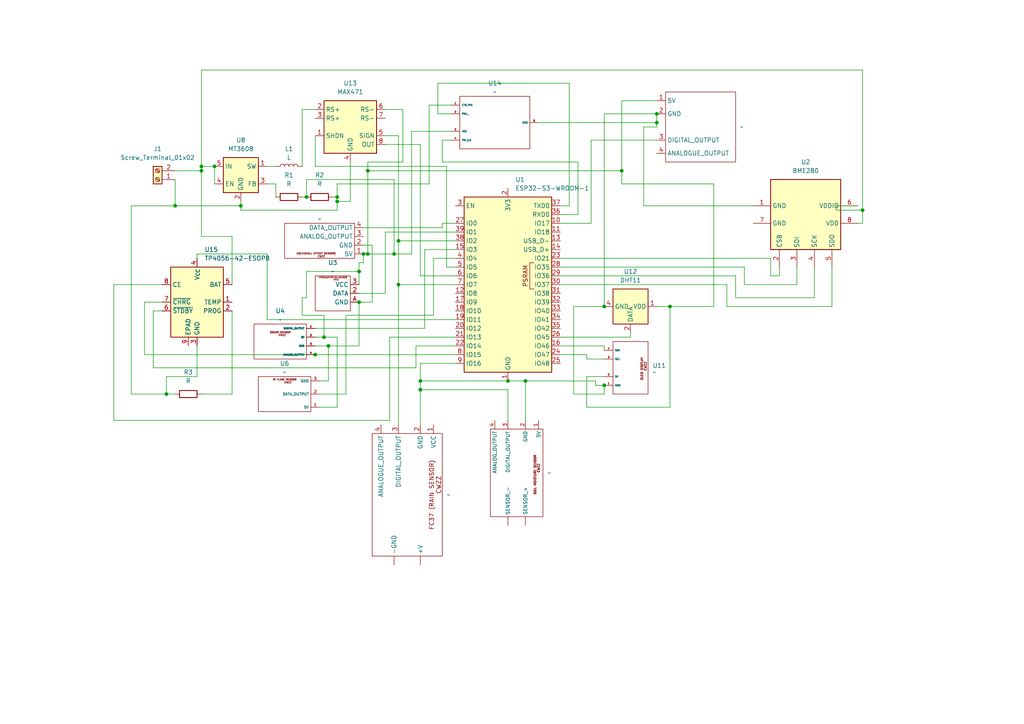
<source format=kicad_sch>
(kicad_sch
	(version 20250114)
	(generator "eeschema")
	(generator_version "9.0")
	(uuid "1d4c041c-b7db-48f9-b51c-b9c8a4c3f493")
	(paper "A4")
	(lib_symbols
		(symbol "A3144 CW:A3144"
			(exclude_from_sim no)
			(in_bom yes)
			(on_board yes)
			(property "Reference" "U"
				(at 0 0 0)
				(effects
					(font
						(size 1.27 1.27)
					)
					(hide yes)
				)
			)
			(property "Value" ""
				(at 0 0 0)
				(effects
					(font
						(size 1.27 1.27)
					)
				)
			)
			(property "Footprint" ""
				(at 0 0 0)
				(effects
					(font
						(size 1.27 1.27)
					)
					(hide yes)
				)
			)
			(property "Datasheet" ""
				(at 0 0 0)
				(effects
					(font
						(size 1.27 1.27)
					)
					(hide yes)
				)
			)
			(property "Description" ""
				(at 0 0 0)
				(effects
					(font
						(size 1.27 1.27)
					)
					(hide yes)
				)
			)
			(symbol "A3144_0_1"
				(rectangle
					(start -10.16 5.08)
					(end 10.16 -5.08)
					(stroke
						(width 0)
						(type default)
					)
					(fill
						(type none)
					)
				)
			)
			(symbol "A3144_1_1"
				(text "A3144(HALL EFFECT SENSOR)\n        CWZZ"
					(at -1.016 -4.064 0)
					(effects
						(font
							(size 0.508 0.508)
						)
					)
				)
				(pin output line
					(at 12.7 3.81 180)
					(length 2.54)
					(name "DATA_OUTPUT"
						(effects
							(font
								(size 1.27 1.27)
							)
						)
					)
					(number "4"
						(effects
							(font
								(size 1.27 1.27)
							)
						)
					)
				)
				(pin output line
					(at 12.7 1.27 180)
					(length 2.54)
					(name "ANALOG_OUTPUT"
						(effects
							(font
								(size 1.27 1.27)
							)
						)
					)
					(number "3"
						(effects
							(font
								(size 1.27 1.27)
							)
						)
					)
				)
				(pin power_out line
					(at 12.7 -1.27 180)
					(length 2.54)
					(name "GND"
						(effects
							(font
								(size 1.27 1.27)
							)
						)
					)
					(number "2"
						(effects
							(font
								(size 1.27 1.27)
							)
						)
					)
				)
				(pin power_out line
					(at 12.7 -3.81 180)
					(length 2.54)
					(name "5V"
						(effects
							(font
								(size 1.27 1.27)
							)
						)
					)
					(number "1"
						(effects
							(font
								(size 1.27 1.27)
							)
						)
					)
				)
			)
			(embedded_fonts no)
		)
		(symbol "Amplifier_Current:MAX471"
			(exclude_from_sim no)
			(in_bom yes)
			(on_board yes)
			(property "Reference" "U"
				(at -7.62 8.89 0)
				(effects
					(font
						(size 1.27 1.27)
					)
					(justify left)
				)
			)
			(property "Value" "MAX471"
				(at 0 8.89 0)
				(effects
					(font
						(size 1.27 1.27)
					)
					(justify left)
				)
			)
			(property "Footprint" ""
				(at 0 0 0)
				(effects
					(font
						(size 1.27 1.27)
					)
					(hide yes)
				)
			)
			(property "Datasheet" "http://pdfserv.maximintegrated.com/en/ds/MAX471-MAX472.pdf"
				(at 0 0 0)
				(effects
					(font
						(size 1.27 1.27)
					)
					(hide yes)
				)
			)
			(property "Description" "Precision, High-Side, Current-Sense Amplifiers, DIP-8/SOIC-8"
				(at 0 0 0)
				(effects
					(font
						(size 1.27 1.27)
					)
					(hide yes)
				)
			)
			(property "ki_keywords" "current sense amplifier"
				(at 0 0 0)
				(effects
					(font
						(size 1.27 1.27)
					)
					(hide yes)
				)
			)
			(property "ki_fp_filters" "SOIC*3.9x4.9mm*P1.27mm* DIP*W7.62mm*"
				(at 0 0 0)
				(effects
					(font
						(size 1.27 1.27)
					)
					(hide yes)
				)
			)
			(symbol "MAX471_0_1"
				(rectangle
					(start -7.62 7.62)
					(end 7.62 -7.62)
					(stroke
						(width 0.254)
						(type default)
					)
					(fill
						(type background)
					)
				)
			)
			(symbol "MAX471_1_1"
				(pin input line
					(at -10.16 5.08 0)
					(length 2.54)
					(name "RS+"
						(effects
							(font
								(size 1.27 1.27)
							)
						)
					)
					(number "2"
						(effects
							(font
								(size 1.27 1.27)
							)
						)
					)
				)
				(pin input line
					(at -10.16 2.54 0)
					(length 2.54)
					(name "RS+"
						(effects
							(font
								(size 1.27 1.27)
							)
						)
					)
					(number "3"
						(effects
							(font
								(size 1.27 1.27)
							)
						)
					)
				)
				(pin input line
					(at -10.16 -2.54 0)
					(length 2.54)
					(name "SHDN"
						(effects
							(font
								(size 1.27 1.27)
							)
						)
					)
					(number "1"
						(effects
							(font
								(size 1.27 1.27)
							)
						)
					)
				)
				(pin power_in line
					(at 0 -10.16 90)
					(length 2.54)
					(name "GND"
						(effects
							(font
								(size 1.27 1.27)
							)
						)
					)
					(number "4"
						(effects
							(font
								(size 1.27 1.27)
							)
						)
					)
				)
				(pin input line
					(at 10.16 5.08 180)
					(length 2.54)
					(name "RS-"
						(effects
							(font
								(size 1.27 1.27)
							)
						)
					)
					(number "6"
						(effects
							(font
								(size 1.27 1.27)
							)
						)
					)
				)
				(pin input line
					(at 10.16 2.54 180)
					(length 2.54)
					(name "RS-"
						(effects
							(font
								(size 1.27 1.27)
							)
						)
					)
					(number "7"
						(effects
							(font
								(size 1.27 1.27)
							)
						)
					)
				)
				(pin open_collector line
					(at 10.16 -2.54 180)
					(length 2.54)
					(name "SIGN"
						(effects
							(font
								(size 1.27 1.27)
							)
						)
					)
					(number "5"
						(effects
							(font
								(size 1.27 1.27)
							)
						)
					)
				)
				(pin output line
					(at 10.16 -5.08 180)
					(length 2.54)
					(name "OUT"
						(effects
							(font
								(size 1.27 1.27)
							)
						)
					)
					(number "8"
						(effects
							(font
								(size 1.27 1.27)
							)
						)
					)
				)
			)
			(embedded_fonts no)
		)
		(symbol "Battery_Management:TP4056-42-ESOP8"
			(exclude_from_sim no)
			(in_bom yes)
			(on_board yes)
			(property "Reference" "U"
				(at -6.604 11.684 0)
				(effects
					(font
						(size 1.27 1.27)
					)
				)
			)
			(property "Value" "TP4056-42-ESOP8"
				(at 10.16 11.684 0)
				(effects
					(font
						(size 1.27 1.27)
					)
				)
			)
			(property "Footprint" "Package_SO:SOIC-8-1EP_3.9x4.9mm_P1.27mm_EP2.41x3.3mm_ThermalVias"
				(at 0.508 -22.86 0)
				(effects
					(font
						(size 1.27 1.27)
					)
					(hide yes)
				)
			)
			(property "Datasheet" "https://www.lcsc.com/datasheet/lcsc_datasheet_2410121619_TOPPOWER-Nanjing-Extension-Microelectronics-TP4056-42-ESOP8_C16581.pdf"
				(at 0 -25.4 0)
				(effects
					(font
						(size 1.27 1.27)
					)
					(hide yes)
				)
			)
			(property "Description" "1A Standalone Linear Li-ion/LiPo single-cell battery charger, 4.2V ±1% charge voltage, VCC = 4.0..8.0V, SOIC-8 (SOP-8)"
				(at 0.508 -20.32 0)
				(effects
					(font
						(size 1.27 1.27)
					)
					(hide yes)
				)
			)
			(property "ki_keywords" "lithium-ion lithium-polymer Li-Poly"
				(at 0 0 0)
				(effects
					(font
						(size 1.27 1.27)
					)
					(hide yes)
				)
			)
			(property "ki_fp_filters" "*SO*3.9x4.*P1.27mm*EP2.4*x3.3*mm*"
				(at 0 0 0)
				(effects
					(font
						(size 1.27 1.27)
					)
					(hide yes)
				)
			)
			(symbol "TP4056-42-ESOP8_1_0"
				(pin input line
					(at -10.16 5.08 0)
					(length 2.54)
					(name "CE"
						(effects
							(font
								(size 1.27 1.27)
							)
						)
					)
					(number "8"
						(effects
							(font
								(size 1.27 1.27)
							)
						)
					)
				)
				(pin open_collector line
					(at -10.16 0 0)
					(length 2.54)
					(name "~{CHRG}"
						(effects
							(font
								(size 1.27 1.27)
							)
						)
					)
					(number "7"
						(effects
							(font
								(size 1.27 1.27)
							)
						)
					)
				)
				(pin open_collector line
					(at -10.16 -2.54 0)
					(length 2.54)
					(name "~{STDBY}"
						(effects
							(font
								(size 1.27 1.27)
							)
						)
					)
					(number "6"
						(effects
							(font
								(size 1.27 1.27)
							)
						)
					)
				)
				(pin passive line
					(at -2.54 -12.7 90)
					(length 2.54)
					(name "EPAD"
						(effects
							(font
								(size 1.27 1.27)
							)
						)
					)
					(number "9"
						(effects
							(font
								(size 1.27 1.27)
							)
						)
					)
				)
				(pin power_in line
					(at 0 12.7 270)
					(length 2.54)
					(name "V_{CC}"
						(effects
							(font
								(size 1.27 1.27)
							)
						)
					)
					(number "4"
						(effects
							(font
								(size 1.27 1.27)
							)
						)
					)
				)
				(pin power_in line
					(at 0 -12.7 90)
					(length 2.54)
					(name "GND"
						(effects
							(font
								(size 1.27 1.27)
							)
						)
					)
					(number "3"
						(effects
							(font
								(size 1.27 1.27)
							)
						)
					)
				)
				(pin power_out line
					(at 10.16 5.08 180)
					(length 2.54)
					(name "BAT"
						(effects
							(font
								(size 1.27 1.27)
							)
						)
					)
					(number "5"
						(effects
							(font
								(size 1.27 1.27)
							)
						)
					)
				)
				(pin input line
					(at 10.16 0 180)
					(length 2.54)
					(name "TEMP"
						(effects
							(font
								(size 1.27 1.27)
							)
						)
					)
					(number "1"
						(effects
							(font
								(size 1.27 1.27)
							)
						)
					)
				)
				(pin passive line
					(at 10.16 -2.54 180)
					(length 2.54)
					(name "PROG"
						(effects
							(font
								(size 1.27 1.27)
							)
						)
					)
					(number "2"
						(effects
							(font
								(size 1.27 1.27)
							)
						)
					)
				)
			)
			(symbol "TP4056-42-ESOP8_1_1"
				(rectangle
					(start -7.62 10.16)
					(end 7.62 -10.16)
					(stroke
						(width 0.254)
						(type default)
					)
					(fill
						(type background)
					)
				)
			)
			(embedded_fonts no)
		)
		(symbol "Connector:Screw_Terminal_01x02"
			(pin_names
				(offset 1.016)
				(hide yes)
			)
			(exclude_from_sim no)
			(in_bom yes)
			(on_board yes)
			(property "Reference" "J"
				(at 0 2.54 0)
				(effects
					(font
						(size 1.27 1.27)
					)
				)
			)
			(property "Value" "Screw_Terminal_01x02"
				(at 0 -5.08 0)
				(effects
					(font
						(size 1.27 1.27)
					)
				)
			)
			(property "Footprint" ""
				(at 0 0 0)
				(effects
					(font
						(size 1.27 1.27)
					)
					(hide yes)
				)
			)
			(property "Datasheet" "~"
				(at 0 0 0)
				(effects
					(font
						(size 1.27 1.27)
					)
					(hide yes)
				)
			)
			(property "Description" "Generic screw terminal, single row, 01x02, script generated (kicad-library-utils/schlib/autogen/connector/)"
				(at 0 0 0)
				(effects
					(font
						(size 1.27 1.27)
					)
					(hide yes)
				)
			)
			(property "ki_keywords" "screw terminal"
				(at 0 0 0)
				(effects
					(font
						(size 1.27 1.27)
					)
					(hide yes)
				)
			)
			(property "ki_fp_filters" "TerminalBlock*:*"
				(at 0 0 0)
				(effects
					(font
						(size 1.27 1.27)
					)
					(hide yes)
				)
			)
			(symbol "Screw_Terminal_01x02_1_1"
				(rectangle
					(start -1.27 1.27)
					(end 1.27 -3.81)
					(stroke
						(width 0.254)
						(type default)
					)
					(fill
						(type background)
					)
				)
				(polyline
					(pts
						(xy -0.5334 0.3302) (xy 0.3302 -0.508)
					)
					(stroke
						(width 0.1524)
						(type default)
					)
					(fill
						(type none)
					)
				)
				(polyline
					(pts
						(xy -0.5334 -2.2098) (xy 0.3302 -3.048)
					)
					(stroke
						(width 0.1524)
						(type default)
					)
					(fill
						(type none)
					)
				)
				(polyline
					(pts
						(xy -0.3556 0.508) (xy 0.508 -0.3302)
					)
					(stroke
						(width 0.1524)
						(type default)
					)
					(fill
						(type none)
					)
				)
				(polyline
					(pts
						(xy -0.3556 -2.032) (xy 0.508 -2.8702)
					)
					(stroke
						(width 0.1524)
						(type default)
					)
					(fill
						(type none)
					)
				)
				(circle
					(center 0 0)
					(radius 0.635)
					(stroke
						(width 0.1524)
						(type default)
					)
					(fill
						(type none)
					)
				)
				(circle
					(center 0 -2.54)
					(radius 0.635)
					(stroke
						(width 0.1524)
						(type default)
					)
					(fill
						(type none)
					)
				)
				(pin passive line
					(at -5.08 0 0)
					(length 3.81)
					(name "Pin_1"
						(effects
							(font
								(size 1.27 1.27)
							)
						)
					)
					(number "1"
						(effects
							(font
								(size 1.27 1.27)
							)
						)
					)
				)
				(pin passive line
					(at -5.08 -2.54 0)
					(length 3.81)
					(name "Pin_2"
						(effects
							(font
								(size 1.27 1.27)
							)
						)
					)
					(number "2"
						(effects
							(font
								(size 1.27 1.27)
							)
						)
					)
				)
			)
			(embedded_fonts no)
		)
		(symbol "DSM:DSM"
			(exclude_from_sim no)
			(in_bom yes)
			(on_board yes)
			(property "Reference" "U"
				(at 0 0 0)
				(effects
					(font
						(size 1.27 1.27)
					)
				)
			)
			(property "Value" ""
				(at 0 0 0)
				(effects
					(font
						(size 1.27 1.27)
					)
				)
			)
			(property "Footprint" ""
				(at 0 0 0)
				(effects
					(font
						(size 1.27 1.27)
					)
					(hide yes)
				)
			)
			(property "Datasheet" ""
				(at 0 0 0)
				(effects
					(font
						(size 1.27 1.27)
					)
					(hide yes)
				)
			)
			(property "Description" ""
				(at 0 0 0)
				(effects
					(font
						(size 1.27 1.27)
					)
					(hide yes)
				)
			)
			(symbol "DSM_0_1"
				(rectangle
					(start -10.16 7.62)
					(end 10.16 -7.62)
					(stroke
						(width 0)
						(type default)
					)
					(fill
						(type none)
					)
				)
			)
			(symbol "DSM_1_1"
				(pin input line
					(at -12.7 5.08 0)
					(length 2.54)
					(name "CTR_PIN"
						(effects
							(font
								(size 0.508 0.508)
							)
						)
					)
					(number "1"
						(effects
							(font
								(size 0.508 0.508)
							)
						)
					)
				)
				(pin output line
					(at -12.7 2.54 0)
					(length 2.54)
					(name "PM1_"
						(effects
							(font
								(size 0.508 0.508)
							)
						)
					)
					(number "2"
						(effects
							(font
								(size 0.508 0.508)
							)
						)
					)
				)
				(pin power_in line
					(at -12.7 -2.54 0)
					(length 2.54)
					(name "VCC"
						(effects
							(font
								(size 0.508 0.508)
							)
						)
					)
					(number "3"
						(effects
							(font
								(size 0.508 0.508)
							)
						)
					)
				)
				(pin output line
					(at -12.7 -5.08 0)
					(length 2.54)
					(name "PM_2.5"
						(effects
							(font
								(size 0.508 0.508)
							)
						)
					)
					(number "4"
						(effects
							(font
								(size 0.508 0.508)
							)
						)
					)
				)
				(pin power_in line
					(at 12.7 0 180)
					(length 2.54)
					(name "GND"
						(effects
							(font
								(size 0.508 0.508)
							)
						)
					)
					(number "5"
						(effects
							(font
								(size 0.508 0.508)
							)
						)
					)
				)
			)
			(embedded_fonts no)
		)
		(symbol "Device:L"
			(pin_numbers
				(hide yes)
			)
			(pin_names
				(offset 1.016)
				(hide yes)
			)
			(exclude_from_sim no)
			(in_bom yes)
			(on_board yes)
			(property "Reference" "L"
				(at -1.27 0 90)
				(effects
					(font
						(size 1.27 1.27)
					)
				)
			)
			(property "Value" "L"
				(at 1.905 0 90)
				(effects
					(font
						(size 1.27 1.27)
					)
				)
			)
			(property "Footprint" ""
				(at 0 0 0)
				(effects
					(font
						(size 1.27 1.27)
					)
					(hide yes)
				)
			)
			(property "Datasheet" "~"
				(at 0 0 0)
				(effects
					(font
						(size 1.27 1.27)
					)
					(hide yes)
				)
			)
			(property "Description" "Inductor"
				(at 0 0 0)
				(effects
					(font
						(size 1.27 1.27)
					)
					(hide yes)
				)
			)
			(property "ki_keywords" "inductor choke coil reactor magnetic"
				(at 0 0 0)
				(effects
					(font
						(size 1.27 1.27)
					)
					(hide yes)
				)
			)
			(property "ki_fp_filters" "Choke_* *Coil* Inductor_* L_*"
				(at 0 0 0)
				(effects
					(font
						(size 1.27 1.27)
					)
					(hide yes)
				)
			)
			(symbol "L_0_1"
				(arc
					(start 0 2.54)
					(mid 0.6323 1.905)
					(end 0 1.27)
					(stroke
						(width 0)
						(type default)
					)
					(fill
						(type none)
					)
				)
				(arc
					(start 0 1.27)
					(mid 0.6323 0.635)
					(end 0 0)
					(stroke
						(width 0)
						(type default)
					)
					(fill
						(type none)
					)
				)
				(arc
					(start 0 0)
					(mid 0.6323 -0.635)
					(end 0 -1.27)
					(stroke
						(width 0)
						(type default)
					)
					(fill
						(type none)
					)
				)
				(arc
					(start 0 -1.27)
					(mid 0.6323 -1.905)
					(end 0 -2.54)
					(stroke
						(width 0)
						(type default)
					)
					(fill
						(type none)
					)
				)
			)
			(symbol "L_1_1"
				(pin passive line
					(at 0 3.81 270)
					(length 1.27)
					(name "1"
						(effects
							(font
								(size 1.27 1.27)
							)
						)
					)
					(number "1"
						(effects
							(font
								(size 1.27 1.27)
							)
						)
					)
				)
				(pin passive line
					(at 0 -3.81 90)
					(length 1.27)
					(name "2"
						(effects
							(font
								(size 1.27 1.27)
							)
						)
					)
					(number "2"
						(effects
							(font
								(size 1.27 1.27)
							)
						)
					)
				)
			)
			(embedded_fonts no)
		)
		(symbol "Device:R"
			(pin_numbers
				(hide yes)
			)
			(pin_names
				(offset 0)
			)
			(exclude_from_sim no)
			(in_bom yes)
			(on_board yes)
			(property "Reference" "R"
				(at 2.032 0 90)
				(effects
					(font
						(size 1.27 1.27)
					)
				)
			)
			(property "Value" "R"
				(at 0 0 90)
				(effects
					(font
						(size 1.27 1.27)
					)
				)
			)
			(property "Footprint" ""
				(at -1.778 0 90)
				(effects
					(font
						(size 1.27 1.27)
					)
					(hide yes)
				)
			)
			(property "Datasheet" "~"
				(at 0 0 0)
				(effects
					(font
						(size 1.27 1.27)
					)
					(hide yes)
				)
			)
			(property "Description" "Resistor"
				(at 0 0 0)
				(effects
					(font
						(size 1.27 1.27)
					)
					(hide yes)
				)
			)
			(property "ki_keywords" "R res resistor"
				(at 0 0 0)
				(effects
					(font
						(size 1.27 1.27)
					)
					(hide yes)
				)
			)
			(property "ki_fp_filters" "R_*"
				(at 0 0 0)
				(effects
					(font
						(size 1.27 1.27)
					)
					(hide yes)
				)
			)
			(symbol "R_0_1"
				(rectangle
					(start -1.016 -2.54)
					(end 1.016 2.54)
					(stroke
						(width 0.254)
						(type default)
					)
					(fill
						(type none)
					)
				)
			)
			(symbol "R_1_1"
				(pin passive line
					(at 0 3.81 270)
					(length 1.27)
					(name "~"
						(effects
							(font
								(size 1.27 1.27)
							)
						)
					)
					(number "1"
						(effects
							(font
								(size 1.27 1.27)
							)
						)
					)
				)
				(pin passive line
					(at 0 -3.81 90)
					(length 1.27)
					(name "~"
						(effects
							(font
								(size 1.27 1.27)
							)
						)
					)
					(number "2"
						(effects
							(font
								(size 1.27 1.27)
							)
						)
					)
				)
			)
			(embedded_fonts no)
		)
		(symbol "FC37 RAIN SENSOR CW:CW"
			(exclude_from_sim no)
			(in_bom yes)
			(on_board yes)
			(property "Reference" "U"
				(at 0 0 0)
				(effects
					(font
						(size 1.27 1.27)
					)
					(hide yes)
				)
			)
			(property "Value" ""
				(at 0 0 0)
				(effects
					(font
						(size 1.27 1.27)
					)
				)
			)
			(property "Footprint" ""
				(at 0 0 0)
				(effects
					(font
						(size 1.27 1.27)
					)
					(hide yes)
				)
			)
			(property "Datasheet" ""
				(at 0 0 0)
				(effects
					(font
						(size 1.27 1.27)
					)
					(hide yes)
				)
			)
			(property "Description" ""
				(at 0 0 0)
				(effects
					(font
						(size 1.27 1.27)
					)
					(hide yes)
				)
			)
			(symbol "CW_0_1"
				(rectangle
					(start -17.78 10.16)
					(end 17.78 -10.16)
					(stroke
						(width 0)
						(type default)
					)
					(fill
						(type none)
					)
				)
			)
			(symbol "CW_1_1"
				(text "FC37 (RAIN SENSOR)\n      CWZZ"
					(at 0 -8.128 0)
					(effects
						(font
							(size 1.27 1.27)
						)
					)
				)
				(pin power_out line
					(at -20.32 3.81 0)
					(length 2.54)
					(name "-GND"
						(effects
							(font
								(size 1.27 1.27)
							)
						)
					)
					(number ""
						(effects
							(font
								(size 1.27 1.27)
							)
						)
					)
				)
				(pin power_out line
					(at -20.32 -3.81 0)
					(length 2.54)
					(name "+V"
						(effects
							(font
								(size 1.27 1.27)
							)
						)
					)
					(number ""
						(effects
							(font
								(size 1.27 1.27)
							)
						)
					)
				)
				(pin output line
					(at 20.32 7.62 180)
					(length 2.54)
					(name "ANALOGUE_OUTPUT"
						(effects
							(font
								(size 1.27 1.27)
							)
						)
					)
					(number "4"
						(effects
							(font
								(size 1.27 1.27)
							)
						)
					)
				)
				(pin output line
					(at 20.32 2.54 180)
					(length 2.54)
					(name "DIGITAL_OUTPUT"
						(effects
							(font
								(size 1.27 1.27)
							)
						)
					)
					(number "3"
						(effects
							(font
								(size 1.27 1.27)
							)
						)
					)
				)
				(pin power_in line
					(at 20.32 -3.81 180)
					(length 2.54)
					(name "GND"
						(effects
							(font
								(size 1.27 1.27)
							)
						)
					)
					(number "2"
						(effects
							(font
								(size 1.27 1.27)
							)
						)
					)
				)
				(pin power_in line
					(at 20.32 -7.62 180)
					(length 2.54)
					(name "VCC"
						(effects
							(font
								(size 1.27 1.27)
							)
						)
					)
					(number "1"
						(effects
							(font
								(size 1.27 1.27)
							)
						)
					)
				)
			)
			(embedded_fonts no)
		)
		(symbol "IR FLAME SENS:IR_FLAME"
			(exclude_from_sim no)
			(in_bom yes)
			(on_board yes)
			(property "Reference" "U"
				(at 0 0 0)
				(effects
					(font
						(size 1.27 1.27)
					)
				)
			)
			(property "Value" ""
				(at 0 0 0)
				(effects
					(font
						(size 1.27 1.27)
					)
				)
			)
			(property "Footprint" ""
				(at 0 0 0)
				(effects
					(font
						(size 1.27 1.27)
					)
					(hide yes)
				)
			)
			(property "Datasheet" ""
				(at 0 0 0)
				(effects
					(font
						(size 1.27 1.27)
					)
					(hide yes)
				)
			)
			(property "Description" ""
				(at 0 0 0)
				(effects
					(font
						(size 1.27 1.27)
					)
					(hide yes)
				)
			)
			(symbol "IR_FLAME_0_1"
				(rectangle
					(start -7.62 5.08)
					(end 7.62 -5.08)
					(stroke
						(width 0)
						(type default)
					)
					(fill
						(type none)
					)
				)
			)
			(symbol "IR_FLAME_1_1"
				(text "IR FLAME SENSOR\n     CWZZ"
					(at 0 -3.81 0)
					(effects
						(font
							(size 0.508 0.508)
						)
					)
				)
				(pin power_in line
					(at -10.16 3.81 0)
					(length 2.54)
					(name "5V"
						(effects
							(font
								(size 0.762 0.762)
							)
						)
					)
					(number "1"
						(effects
							(font
								(size 0.762 0.762)
							)
						)
					)
				)
				(pin power_in line
					(at -10.16 0 0)
					(length 2.54)
					(name "DATA_OUTPUT"
						(effects
							(font
								(size 0.762 0.762)
							)
						)
					)
					(number "2"
						(effects
							(font
								(size 0.762 0.762)
							)
						)
					)
				)
				(pin power_in line
					(at -10.16 -3.81 0)
					(length 2.54)
					(name "GND"
						(effects
							(font
								(size 0.762 0.762)
							)
						)
					)
					(number "3"
						(effects
							(font
								(size 0.762 0.762)
							)
						)
					)
				)
			)
			(embedded_fonts no)
		)
		(symbol "OLED CW:OLED"
			(exclude_from_sim no)
			(in_bom yes)
			(on_board yes)
			(property "Reference" "U"
				(at 0 0 0)
				(effects
					(font
						(size 1.27 1.27)
					)
				)
			)
			(property "Value" ""
				(at 0 0 0)
				(effects
					(font
						(size 1.27 1.27)
					)
				)
			)
			(property "Footprint" ""
				(at 0 0 0)
				(effects
					(font
						(size 1.27 1.27)
					)
					(hide yes)
				)
			)
			(property "Datasheet" ""
				(at 0 0 0)
				(effects
					(font
						(size 1.27 1.27)
					)
					(hide yes)
				)
			)
			(property "Description" ""
				(at 0 0 0)
				(effects
					(font
						(size 1.27 1.27)
					)
					(hide yes)
				)
			)
			(symbol "OLED_0_1"
				(rectangle
					(start -7.62 5.08)
					(end 7.62 -5.08)
					(stroke
						(width 0)
						(type default)
					)
					(fill
						(type none)
					)
				)
			)
			(symbol "OLED_1_1"
				(text "OLED DISPLAY\n   CWZZ"
					(at -0.254 -3.81 0)
					(effects
						(font
							(size 0.635 0.635)
						)
					)
				)
				(pin power_in line
					(at -5.08 7.62 270)
					(length 2.54)
					(name "GND"
						(effects
							(font
								(size 0.508 0.508)
							)
						)
					)
					(number "1"
						(effects
							(font
								(size 0.508 0.508)
							)
						)
					)
				)
				(pin power_in line
					(at -2.54 7.62 270)
					(length 2.54)
					(name "5V"
						(effects
							(font
								(size 0.508 0.508)
							)
						)
					)
					(number "2"
						(effects
							(font
								(size 0.508 0.508)
							)
						)
					)
				)
				(pin output line
					(at 2.54 7.62 270)
					(length 2.54)
					(name "SCL"
						(effects
							(font
								(size 0.508 0.508)
							)
						)
					)
					(number "3"
						(effects
							(font
								(size 0.508 0.508)
							)
						)
					)
				)
				(pin bidirectional line
					(at 5.08 7.62 270)
					(length 2.54)
					(name "SDA"
						(effects
							(font
								(size 0.508 0.508)
							)
						)
					)
					(number "4"
						(effects
							(font
								(size 0.508 0.508)
							)
						)
					)
				)
			)
			(embedded_fonts no)
		)
		(symbol "RF_Module:ESP32-S3-WROOM-1"
			(exclude_from_sim no)
			(in_bom yes)
			(on_board yes)
			(property "Reference" "U"
				(at -12.7 26.67 0)
				(effects
					(font
						(size 1.27 1.27)
					)
				)
			)
			(property "Value" "ESP32-S3-WROOM-1"
				(at 12.7 26.67 0)
				(effects
					(font
						(size 1.27 1.27)
					)
				)
			)
			(property "Footprint" "RF_Module:ESP32-S3-WROOM-1"
				(at 0 2.54 0)
				(effects
					(font
						(size 1.27 1.27)
					)
					(hide yes)
				)
			)
			(property "Datasheet" "https://www.espressif.com/sites/default/files/documentation/esp32-s3-wroom-1_wroom-1u_datasheet_en.pdf"
				(at 0 0 0)
				(effects
					(font
						(size 1.27 1.27)
					)
					(hide yes)
				)
			)
			(property "Description" "RF Module, ESP32-S3 SoC, Wi-Fi 802.11b/g/n, Bluetooth, BLE, 32-bit, 3.3V, onboard antenna, SMD"
				(at 0 0 0)
				(effects
					(font
						(size 1.27 1.27)
					)
					(hide yes)
				)
			)
			(property "ki_keywords" "RF Radio BT ESP ESP32-S3 Espressif onboard PCB antenna"
				(at 0 0 0)
				(effects
					(font
						(size 1.27 1.27)
					)
					(hide yes)
				)
			)
			(property "ki_fp_filters" "ESP32?S3?WROOM?1*"
				(at 0 0 0)
				(effects
					(font
						(size 1.27 1.27)
					)
					(hide yes)
				)
			)
			(symbol "ESP32-S3-WROOM-1_0_0"
				(rectangle
					(start -12.7 25.4)
					(end 12.7 -25.4)
					(stroke
						(width 0.254)
						(type default)
					)
					(fill
						(type background)
					)
				)
				(text "PSRAM"
					(at 5.08 2.54 900)
					(effects
						(font
							(size 1.27 1.27)
						)
					)
				)
			)
			(symbol "ESP32-S3-WROOM-1_0_1"
				(polyline
					(pts
						(xy 7.62 -1.27) (xy 6.35 -1.27) (xy 6.35 6.35) (xy 7.62 6.35)
					)
					(stroke
						(width 0)
						(type default)
					)
					(fill
						(type none)
					)
				)
			)
			(symbol "ESP32-S3-WROOM-1_1_1"
				(pin input line
					(at -15.24 22.86 0)
					(length 2.54)
					(name "EN"
						(effects
							(font
								(size 1.27 1.27)
							)
						)
					)
					(number "3"
						(effects
							(font
								(size 1.27 1.27)
							)
						)
					)
				)
				(pin bidirectional line
					(at -15.24 17.78 0)
					(length 2.54)
					(name "IO0"
						(effects
							(font
								(size 1.27 1.27)
							)
						)
					)
					(number "27"
						(effects
							(font
								(size 1.27 1.27)
							)
						)
					)
				)
				(pin bidirectional line
					(at -15.24 15.24 0)
					(length 2.54)
					(name "IO1"
						(effects
							(font
								(size 1.27 1.27)
							)
						)
					)
					(number "39"
						(effects
							(font
								(size 1.27 1.27)
							)
						)
					)
				)
				(pin bidirectional line
					(at -15.24 12.7 0)
					(length 2.54)
					(name "IO2"
						(effects
							(font
								(size 1.27 1.27)
							)
						)
					)
					(number "38"
						(effects
							(font
								(size 1.27 1.27)
							)
						)
					)
				)
				(pin bidirectional line
					(at -15.24 10.16 0)
					(length 2.54)
					(name "IO3"
						(effects
							(font
								(size 1.27 1.27)
							)
						)
					)
					(number "15"
						(effects
							(font
								(size 1.27 1.27)
							)
						)
					)
				)
				(pin bidirectional line
					(at -15.24 7.62 0)
					(length 2.54)
					(name "IO4"
						(effects
							(font
								(size 1.27 1.27)
							)
						)
					)
					(number "4"
						(effects
							(font
								(size 1.27 1.27)
							)
						)
					)
				)
				(pin bidirectional line
					(at -15.24 5.08 0)
					(length 2.54)
					(name "IO5"
						(effects
							(font
								(size 1.27 1.27)
							)
						)
					)
					(number "5"
						(effects
							(font
								(size 1.27 1.27)
							)
						)
					)
				)
				(pin bidirectional line
					(at -15.24 2.54 0)
					(length 2.54)
					(name "IO6"
						(effects
							(font
								(size 1.27 1.27)
							)
						)
					)
					(number "6"
						(effects
							(font
								(size 1.27 1.27)
							)
						)
					)
				)
				(pin bidirectional line
					(at -15.24 0 0)
					(length 2.54)
					(name "IO7"
						(effects
							(font
								(size 1.27 1.27)
							)
						)
					)
					(number "7"
						(effects
							(font
								(size 1.27 1.27)
							)
						)
					)
				)
				(pin bidirectional line
					(at -15.24 -2.54 0)
					(length 2.54)
					(name "IO8"
						(effects
							(font
								(size 1.27 1.27)
							)
						)
					)
					(number "12"
						(effects
							(font
								(size 1.27 1.27)
							)
						)
					)
				)
				(pin bidirectional line
					(at -15.24 -5.08 0)
					(length 2.54)
					(name "IO9"
						(effects
							(font
								(size 1.27 1.27)
							)
						)
					)
					(number "17"
						(effects
							(font
								(size 1.27 1.27)
							)
						)
					)
				)
				(pin bidirectional line
					(at -15.24 -7.62 0)
					(length 2.54)
					(name "IO10"
						(effects
							(font
								(size 1.27 1.27)
							)
						)
					)
					(number "18"
						(effects
							(font
								(size 1.27 1.27)
							)
						)
					)
				)
				(pin bidirectional line
					(at -15.24 -10.16 0)
					(length 2.54)
					(name "IO11"
						(effects
							(font
								(size 1.27 1.27)
							)
						)
					)
					(number "19"
						(effects
							(font
								(size 1.27 1.27)
							)
						)
					)
				)
				(pin bidirectional line
					(at -15.24 -12.7 0)
					(length 2.54)
					(name "IO12"
						(effects
							(font
								(size 1.27 1.27)
							)
						)
					)
					(number "20"
						(effects
							(font
								(size 1.27 1.27)
							)
						)
					)
				)
				(pin bidirectional line
					(at -15.24 -15.24 0)
					(length 2.54)
					(name "IO13"
						(effects
							(font
								(size 1.27 1.27)
							)
						)
					)
					(number "21"
						(effects
							(font
								(size 1.27 1.27)
							)
						)
					)
				)
				(pin bidirectional line
					(at -15.24 -17.78 0)
					(length 2.54)
					(name "IO14"
						(effects
							(font
								(size 1.27 1.27)
							)
						)
					)
					(number "22"
						(effects
							(font
								(size 1.27 1.27)
							)
						)
					)
				)
				(pin bidirectional line
					(at -15.24 -20.32 0)
					(length 2.54)
					(name "IO15"
						(effects
							(font
								(size 1.27 1.27)
							)
						)
					)
					(number "8"
						(effects
							(font
								(size 1.27 1.27)
							)
						)
					)
				)
				(pin bidirectional line
					(at -15.24 -22.86 0)
					(length 2.54)
					(name "IO16"
						(effects
							(font
								(size 1.27 1.27)
							)
						)
					)
					(number "9"
						(effects
							(font
								(size 1.27 1.27)
							)
						)
					)
				)
				(pin power_in line
					(at 0 27.94 270)
					(length 2.54)
					(name "3V3"
						(effects
							(font
								(size 1.27 1.27)
							)
						)
					)
					(number "2"
						(effects
							(font
								(size 1.27 1.27)
							)
						)
					)
				)
				(pin power_in line
					(at 0 -27.94 90)
					(length 2.54)
					(name "GND"
						(effects
							(font
								(size 1.27 1.27)
							)
						)
					)
					(number "1"
						(effects
							(font
								(size 1.27 1.27)
							)
						)
					)
				)
				(pin passive line
					(at 0 -27.94 90)
					(length 2.54)
					(hide yes)
					(name "GND"
						(effects
							(font
								(size 1.27 1.27)
							)
						)
					)
					(number "40"
						(effects
							(font
								(size 1.27 1.27)
							)
						)
					)
				)
				(pin passive line
					(at 0 -27.94 90)
					(length 2.54)
					(hide yes)
					(name "GND"
						(effects
							(font
								(size 1.27 1.27)
							)
						)
					)
					(number "41"
						(effects
							(font
								(size 1.27 1.27)
							)
						)
					)
				)
				(pin bidirectional line
					(at 15.24 22.86 180)
					(length 2.54)
					(name "TXD0"
						(effects
							(font
								(size 1.27 1.27)
							)
						)
					)
					(number "37"
						(effects
							(font
								(size 1.27 1.27)
							)
						)
					)
				)
				(pin bidirectional line
					(at 15.24 20.32 180)
					(length 2.54)
					(name "RXD0"
						(effects
							(font
								(size 1.27 1.27)
							)
						)
					)
					(number "36"
						(effects
							(font
								(size 1.27 1.27)
							)
						)
					)
				)
				(pin bidirectional line
					(at 15.24 17.78 180)
					(length 2.54)
					(name "IO17"
						(effects
							(font
								(size 1.27 1.27)
							)
						)
					)
					(number "10"
						(effects
							(font
								(size 1.27 1.27)
							)
						)
					)
				)
				(pin bidirectional line
					(at 15.24 15.24 180)
					(length 2.54)
					(name "IO18"
						(effects
							(font
								(size 1.27 1.27)
							)
						)
					)
					(number "11"
						(effects
							(font
								(size 1.27 1.27)
							)
						)
					)
				)
				(pin bidirectional line
					(at 15.24 12.7 180)
					(length 2.54)
					(name "USB_D-"
						(effects
							(font
								(size 1.27 1.27)
							)
						)
					)
					(number "13"
						(effects
							(font
								(size 1.27 1.27)
							)
						)
					)
					(alternate "IO19" bidirectional line)
				)
				(pin bidirectional line
					(at 15.24 10.16 180)
					(length 2.54)
					(name "USB_D+"
						(effects
							(font
								(size 1.27 1.27)
							)
						)
					)
					(number "14"
						(effects
							(font
								(size 1.27 1.27)
							)
						)
					)
					(alternate "IO20" bidirectional line)
				)
				(pin bidirectional line
					(at 15.24 7.62 180)
					(length 2.54)
					(name "IO21"
						(effects
							(font
								(size 1.27 1.27)
							)
						)
					)
					(number "23"
						(effects
							(font
								(size 1.27 1.27)
							)
						)
					)
				)
				(pin bidirectional line
					(at 15.24 5.08 180)
					(length 2.54)
					(name "IO35"
						(effects
							(font
								(size 1.27 1.27)
							)
						)
					)
					(number "28"
						(effects
							(font
								(size 1.27 1.27)
							)
						)
					)
				)
				(pin bidirectional line
					(at 15.24 2.54 180)
					(length 2.54)
					(name "IO36"
						(effects
							(font
								(size 1.27 1.27)
							)
						)
					)
					(number "29"
						(effects
							(font
								(size 1.27 1.27)
							)
						)
					)
				)
				(pin bidirectional line
					(at 15.24 0 180)
					(length 2.54)
					(name "IO37"
						(effects
							(font
								(size 1.27 1.27)
							)
						)
					)
					(number "30"
						(effects
							(font
								(size 1.27 1.27)
							)
						)
					)
				)
				(pin bidirectional line
					(at 15.24 -2.54 180)
					(length 2.54)
					(name "IO38"
						(effects
							(font
								(size 1.27 1.27)
							)
						)
					)
					(number "31"
						(effects
							(font
								(size 1.27 1.27)
							)
						)
					)
				)
				(pin bidirectional line
					(at 15.24 -5.08 180)
					(length 2.54)
					(name "IO39"
						(effects
							(font
								(size 1.27 1.27)
							)
						)
					)
					(number "32"
						(effects
							(font
								(size 1.27 1.27)
							)
						)
					)
				)
				(pin bidirectional line
					(at 15.24 -7.62 180)
					(length 2.54)
					(name "IO40"
						(effects
							(font
								(size 1.27 1.27)
							)
						)
					)
					(number "33"
						(effects
							(font
								(size 1.27 1.27)
							)
						)
					)
				)
				(pin bidirectional line
					(at 15.24 -10.16 180)
					(length 2.54)
					(name "IO41"
						(effects
							(font
								(size 1.27 1.27)
							)
						)
					)
					(number "34"
						(effects
							(font
								(size 1.27 1.27)
							)
						)
					)
				)
				(pin bidirectional line
					(at 15.24 -12.7 180)
					(length 2.54)
					(name "IO42"
						(effects
							(font
								(size 1.27 1.27)
							)
						)
					)
					(number "35"
						(effects
							(font
								(size 1.27 1.27)
							)
						)
					)
				)
				(pin bidirectional line
					(at 15.24 -15.24 180)
					(length 2.54)
					(name "IO45"
						(effects
							(font
								(size 1.27 1.27)
							)
						)
					)
					(number "26"
						(effects
							(font
								(size 1.27 1.27)
							)
						)
					)
				)
				(pin bidirectional line
					(at 15.24 -17.78 180)
					(length 2.54)
					(name "IO46"
						(effects
							(font
								(size 1.27 1.27)
							)
						)
					)
					(number "16"
						(effects
							(font
								(size 1.27 1.27)
							)
						)
					)
				)
				(pin bidirectional line
					(at 15.24 -20.32 180)
					(length 2.54)
					(name "IO47"
						(effects
							(font
								(size 1.27 1.27)
							)
						)
					)
					(number "24"
						(effects
							(font
								(size 1.27 1.27)
							)
						)
					)
				)
				(pin bidirectional line
					(at 15.24 -22.86 180)
					(length 2.54)
					(name "IO48"
						(effects
							(font
								(size 1.27 1.27)
							)
						)
					)
					(number "25"
						(effects
							(font
								(size 1.27 1.27)
							)
						)
					)
				)
			)
			(embedded_fonts no)
		)
		(symbol "Regulator_Switching:MT3608"
			(exclude_from_sim no)
			(in_bom yes)
			(on_board yes)
			(property "Reference" "U"
				(at -2.54 8.89 0)
				(effects
					(font
						(size 1.27 1.27)
					)
					(justify left)
				)
			)
			(property "Value" "MT3608"
				(at -3.81 6.35 0)
				(effects
					(font
						(size 1.27 1.27)
					)
					(justify left)
				)
			)
			(property "Footprint" "Package_TO_SOT_SMD:SOT-23-6"
				(at 1.27 -6.35 0)
				(effects
					(font
						(size 1.27 1.27)
						(italic yes)
					)
					(justify left)
					(hide yes)
				)
			)
			(property "Datasheet" "https://www.olimex.com/Products/Breadboarding/BB-PWR-3608/resources/MT3608.pdf"
				(at -6.35 11.43 0)
				(effects
					(font
						(size 1.27 1.27)
					)
					(hide yes)
				)
			)
			(property "Description" "High Efficiency 1.2MHz 2A Step Up Converter, 2-24V Vin, 28V Vout, 4A current limit, 1.2MHz, SOT23-6"
				(at 0 0 0)
				(effects
					(font
						(size 1.27 1.27)
					)
					(hide yes)
				)
			)
			(property "ki_keywords" "Step-Up Boost DC-DC Regulator Adjustable"
				(at 0 0 0)
				(effects
					(font
						(size 1.27 1.27)
					)
					(hide yes)
				)
			)
			(property "ki_fp_filters" "SOT*23*"
				(at 0 0 0)
				(effects
					(font
						(size 1.27 1.27)
					)
					(hide yes)
				)
			)
			(symbol "MT3608_0_1"
				(rectangle
					(start -5.08 5.08)
					(end 5.08 -5.08)
					(stroke
						(width 0.254)
						(type default)
					)
					(fill
						(type background)
					)
				)
			)
			(symbol "MT3608_1_1"
				(pin power_in line
					(at -7.62 2.54 0)
					(length 2.54)
					(name "IN"
						(effects
							(font
								(size 1.27 1.27)
							)
						)
					)
					(number "5"
						(effects
							(font
								(size 1.27 1.27)
							)
						)
					)
				)
				(pin input line
					(at -7.62 -2.54 0)
					(length 2.54)
					(name "EN"
						(effects
							(font
								(size 1.27 1.27)
							)
						)
					)
					(number "4"
						(effects
							(font
								(size 1.27 1.27)
							)
						)
					)
				)
				(pin power_in line
					(at 0 -7.62 90)
					(length 2.54)
					(name "GND"
						(effects
							(font
								(size 1.27 1.27)
							)
						)
					)
					(number "2"
						(effects
							(font
								(size 1.27 1.27)
							)
						)
					)
				)
				(pin no_connect line
					(at 5.08 0 180)
					(length 2.54)
					(hide yes)
					(name "NC"
						(effects
							(font
								(size 1.27 1.27)
							)
						)
					)
					(number "6"
						(effects
							(font
								(size 1.27 1.27)
							)
						)
					)
				)
				(pin passive line
					(at 7.62 2.54 180)
					(length 2.54)
					(name "SW"
						(effects
							(font
								(size 1.27 1.27)
							)
						)
					)
					(number "1"
						(effects
							(font
								(size 1.27 1.27)
							)
						)
					)
				)
				(pin input line
					(at 7.62 -2.54 180)
					(length 2.54)
					(name "FB"
						(effects
							(font
								(size 1.27 1.27)
							)
						)
					)
					(number "3"
						(effects
							(font
								(size 1.27 1.27)
							)
						)
					)
				)
			)
			(embedded_fonts no)
		)
		(symbol "SOIL SENS CW:SOIL"
			(exclude_from_sim no)
			(in_bom yes)
			(on_board yes)
			(property "Reference" "U"
				(at 0 0 0)
				(effects
					(font
						(size 1.27 1.27)
					)
					(hide yes)
				)
			)
			(property "Value" ""
				(at 0 0 0)
				(effects
					(font
						(size 1.27 1.27)
					)
				)
			)
			(property "Footprint" ""
				(at 0 0 0)
				(effects
					(font
						(size 1.27 1.27)
					)
					(hide yes)
				)
			)
			(property "Datasheet" ""
				(at 0 0 0)
				(effects
					(font
						(size 1.27 1.27)
					)
					(hide yes)
				)
			)
			(property "Description" ""
				(at 0 0 0)
				(effects
					(font
						(size 1.27 1.27)
					)
					(hide yes)
				)
			)
			(symbol "SOIL_0_1"
				(rectangle
					(start -12.7 7.62)
					(end 12.7 -7.62)
					(stroke
						(width 0)
						(type default)
					)
					(fill
						(type none)
					)
				)
			)
			(symbol "SOIL_1_1"
				(text "SOIL MOISTURE SENSOR\n        CWZZ"
					(at -0.508 -5.842 0)
					(effects
						(font
							(size 0.635 0.635)
						)
					)
				)
				(pin power_out line
					(at -15.24 2.54 0)
					(length 2.54)
					(name "SENSOR_-"
						(effects
							(font
								(size 1.016 1.016)
							)
						)
					)
					(number ""
						(effects
							(font
								(size 1.016 1.016)
							)
						)
					)
				)
				(pin power_out line
					(at -15.24 -2.54 0)
					(length 2.54)
					(name "SENSOR_+"
						(effects
							(font
								(size 1.016 1.016)
							)
						)
					)
					(number ""
						(effects
							(font
								(size 1.016 1.016)
							)
						)
					)
				)
				(pin output line
					(at 15.24 6.35 180)
					(length 2.54)
					(name "ANALOG_OUTPUT"
						(effects
							(font
								(size 1.016 1.016)
							)
						)
					)
					(number "4"
						(effects
							(font
								(size 1.016 1.016)
							)
						)
					)
				)
				(pin output line
					(at 15.24 2.54 180)
					(length 2.54)
					(name "DIGITAL_OUTPUT"
						(effects
							(font
								(size 1.016 1.016)
							)
						)
					)
					(number "3"
						(effects
							(font
								(size 1.016 1.016)
							)
						)
					)
				)
				(pin power_in line
					(at 15.24 -2.54 180)
					(length 2.54)
					(name "GND"
						(effects
							(font
								(size 1.016 1.016)
							)
						)
					)
					(number "2"
						(effects
							(font
								(size 1.016 1.016)
							)
						)
					)
				)
				(pin power_in line
					(at 15.24 -6.35 180)
					(length 2.54)
					(name "5V"
						(effects
							(font
								(size 1.016 1.016)
							)
						)
					)
					(number "1"
						(effects
							(font
								(size 1.016 1.016)
							)
						)
					)
				)
			)
			(embedded_fonts no)
		)
		(symbol "SOUND SENS:SOUND"
			(exclude_from_sim no)
			(in_bom yes)
			(on_board yes)
			(property "Reference" "U"
				(at 0 0 0)
				(effects
					(font
						(size 1.27 1.27)
					)
				)
			)
			(property "Value" ""
				(at 0 0 0)
				(effects
					(font
						(size 1.27 1.27)
					)
				)
			)
			(property "Footprint" ""
				(at 0 0 0)
				(effects
					(font
						(size 1.27 1.27)
					)
					(hide yes)
				)
			)
			(property "Datasheet" ""
				(at 0 0 0)
				(effects
					(font
						(size 1.27 1.27)
					)
					(hide yes)
				)
			)
			(property "Description" ""
				(at 0 0 0)
				(effects
					(font
						(size 1.27 1.27)
					)
					(hide yes)
				)
			)
			(symbol "SOUND_0_1"
				(rectangle
					(start -7.62 5.08)
					(end 7.62 -5.08)
					(stroke
						(width 0)
						(type default)
					)
					(fill
						(type none)
					)
				)
			)
			(symbol "SOUND_1_1"
				(text "SOUND SENSOR\n   CWZZ"
					(at 0 -2.286 0)
					(effects
						(font
							(size 0.508 0.508)
						)
					)
				)
				(pin output line
					(at -10.16 3.81 0)
					(length 2.54)
					(name "ANALOG_OUTPUT"
						(effects
							(font
								(size 0.508 0.508)
							)
						)
					)
					(number "4"
						(effects
							(font
								(size 0.508 0.508)
							)
						)
					)
				)
				(pin power_in line
					(at -10.16 1.27 0)
					(length 2.54)
					(name "GND"
						(effects
							(font
								(size 0.508 0.508)
							)
						)
					)
					(number "3"
						(effects
							(font
								(size 0.508 0.508)
							)
						)
					)
				)
				(pin power_in line
					(at -10.16 -1.27 0)
					(length 2.54)
					(name "5V"
						(effects
							(font
								(size 0.508 0.508)
							)
						)
					)
					(number "2"
						(effects
							(font
								(size 0.508 0.508)
							)
						)
					)
				)
				(pin output line
					(at -10.16 -3.81 0)
					(length 2.54)
					(name "DIGITAL_OUTPUT"
						(effects
							(font
								(size 0.508 0.508)
							)
						)
					)
					(number "1"
						(effects
							(font
								(size 0.508 0.508)
							)
						)
					)
				)
			)
			(embedded_fonts no)
		)
		(symbol "Sensor:BME280"
			(exclude_from_sim no)
			(in_bom yes)
			(on_board yes)
			(property "Reference" "U"
				(at -8.89 11.43 0)
				(effects
					(font
						(size 1.27 1.27)
					)
				)
			)
			(property "Value" "BME280"
				(at 7.62 11.43 0)
				(effects
					(font
						(size 1.27 1.27)
					)
				)
			)
			(property "Footprint" "Package_LGA:Bosch_LGA-8_2.5x2.5mm_P0.65mm_ClockwisePinNumbering"
				(at 38.1 -11.43 0)
				(effects
					(font
						(size 1.27 1.27)
					)
					(hide yes)
				)
			)
			(property "Datasheet" "https://www.bosch-sensortec.com/media/boschsensortec/downloads/datasheets/bst-bme280-ds002.pdf"
				(at 0 -5.08 0)
				(effects
					(font
						(size 1.27 1.27)
					)
					(hide yes)
				)
			)
			(property "Description" "3-in-1 sensor, humidity, pressure, temperature, I2C and SPI interface, 1.71-3.6V, LGA-8"
				(at 0 0 0)
				(effects
					(font
						(size 1.27 1.27)
					)
					(hide yes)
				)
			)
			(property "ki_keywords" "Bosch pressure humidity temperature environment environmental measurement digital"
				(at 0 0 0)
				(effects
					(font
						(size 1.27 1.27)
					)
					(hide yes)
				)
			)
			(property "ki_fp_filters" "*LGA*2.5x2.5mm*P0.65mm*Clockwise*"
				(at 0 0 0)
				(effects
					(font
						(size 1.27 1.27)
					)
					(hide yes)
				)
			)
			(symbol "BME280_0_1"
				(rectangle
					(start -10.16 10.16)
					(end 10.16 -10.16)
					(stroke
						(width 0.254)
						(type default)
					)
					(fill
						(type background)
					)
				)
			)
			(symbol "BME280_1_1"
				(pin power_in line
					(at -2.54 15.24 270)
					(length 5.08)
					(name "VDDIO"
						(effects
							(font
								(size 1.27 1.27)
							)
						)
					)
					(number "6"
						(effects
							(font
								(size 1.27 1.27)
							)
						)
					)
				)
				(pin power_in line
					(at -2.54 -15.24 90)
					(length 5.08)
					(name "GND"
						(effects
							(font
								(size 1.27 1.27)
							)
						)
					)
					(number "1"
						(effects
							(font
								(size 1.27 1.27)
							)
						)
					)
				)
				(pin power_in line
					(at 2.54 15.24 270)
					(length 5.08)
					(name "VDD"
						(effects
							(font
								(size 1.27 1.27)
							)
						)
					)
					(number "8"
						(effects
							(font
								(size 1.27 1.27)
							)
						)
					)
				)
				(pin power_in line
					(at 2.54 -15.24 90)
					(length 5.08)
					(name "GND"
						(effects
							(font
								(size 1.27 1.27)
							)
						)
					)
					(number "7"
						(effects
							(font
								(size 1.27 1.27)
							)
						)
					)
				)
				(pin bidirectional line
					(at 15.24 7.62 180)
					(length 5.08)
					(name "SDO"
						(effects
							(font
								(size 1.27 1.27)
							)
						)
					)
					(number "5"
						(effects
							(font
								(size 1.27 1.27)
							)
						)
					)
				)
				(pin input line
					(at 15.24 2.54 180)
					(length 5.08)
					(name "SCK"
						(effects
							(font
								(size 1.27 1.27)
							)
						)
					)
					(number "4"
						(effects
							(font
								(size 1.27 1.27)
							)
						)
					)
				)
				(pin bidirectional line
					(at 15.24 -2.54 180)
					(length 5.08)
					(name "SDI"
						(effects
							(font
								(size 1.27 1.27)
							)
						)
					)
					(number "3"
						(effects
							(font
								(size 1.27 1.27)
							)
						)
					)
				)
				(pin input line
					(at 15.24 -7.62 180)
					(length 5.08)
					(name "CSB"
						(effects
							(font
								(size 1.27 1.27)
							)
						)
					)
					(number "2"
						(effects
							(font
								(size 1.27 1.27)
							)
						)
					)
				)
			)
			(embedded_fonts no)
		)
		(symbol "Sensor:DHT11"
			(exclude_from_sim no)
			(in_bom yes)
			(on_board yes)
			(property "Reference" "U"
				(at -3.81 6.35 0)
				(effects
					(font
						(size 1.27 1.27)
					)
				)
			)
			(property "Value" "DHT11"
				(at 3.81 6.35 0)
				(effects
					(font
						(size 1.27 1.27)
					)
				)
			)
			(property "Footprint" "Sensor:Aosong_DHT11_5.5x12.0_P2.54mm"
				(at 0 -10.16 0)
				(effects
					(font
						(size 1.27 1.27)
					)
					(hide yes)
				)
			)
			(property "Datasheet" "http://akizukidenshi.com/download/ds/aosong/DHT11.pdf"
				(at 3.81 6.35 0)
				(effects
					(font
						(size 1.27 1.27)
					)
					(hide yes)
				)
			)
			(property "Description" "3.3V to 5.5V, temperature and humidity module, DHT11"
				(at 0 0 0)
				(effects
					(font
						(size 1.27 1.27)
					)
					(hide yes)
				)
			)
			(property "ki_keywords" "digital sensor"
				(at 0 0 0)
				(effects
					(font
						(size 1.27 1.27)
					)
					(hide yes)
				)
			)
			(property "ki_fp_filters" "Aosong*DHT11*5.5x12.0*P2.54mm*"
				(at 0 0 0)
				(effects
					(font
						(size 1.27 1.27)
					)
					(hide yes)
				)
			)
			(symbol "DHT11_0_1"
				(rectangle
					(start -5.08 5.08)
					(end 5.08 -5.08)
					(stroke
						(width 0.254)
						(type default)
					)
					(fill
						(type background)
					)
				)
			)
			(symbol "DHT11_1_1"
				(pin no_connect line
					(at -5.08 0 0)
					(length 2.54)
					(hide yes)
					(name "NC"
						(effects
							(font
								(size 1.27 1.27)
							)
						)
					)
					(number "3"
						(effects
							(font
								(size 1.27 1.27)
							)
						)
					)
				)
				(pin power_in line
					(at 0 7.62 270)
					(length 2.54)
					(name "VDD"
						(effects
							(font
								(size 1.27 1.27)
							)
						)
					)
					(number "1"
						(effects
							(font
								(size 1.27 1.27)
							)
						)
					)
				)
				(pin power_in line
					(at 0 -7.62 90)
					(length 2.54)
					(name "GND"
						(effects
							(font
								(size 1.27 1.27)
							)
						)
					)
					(number "4"
						(effects
							(font
								(size 1.27 1.27)
							)
						)
					)
				)
				(pin bidirectional line
					(at 7.62 0 180)
					(length 2.54)
					(name "DATA"
						(effects
							(font
								(size 1.27 1.27)
							)
						)
					)
					(number "2"
						(effects
							(font
								(size 1.27 1.27)
							)
						)
					)
				)
			)
			(embedded_fonts no)
		)
		(symbol "YFS201 CW:YFS"
			(exclude_from_sim no)
			(in_bom yes)
			(on_board yes)
			(property "Reference" "U"
				(at 0 0 0)
				(effects
					(font
						(size 1.27 1.27)
					)
				)
			)
			(property "Value" ""
				(at 0 0 0)
				(effects
					(font
						(size 1.27 1.27)
					)
				)
			)
			(property "Footprint" ""
				(at 0 0 0)
				(effects
					(font
						(size 1.27 1.27)
					)
					(hide yes)
				)
			)
			(property "Datasheet" ""
				(at 0 0 0)
				(effects
					(font
						(size 1.27 1.27)
					)
					(hide yes)
				)
			)
			(property "Description" ""
				(at 0 0 0)
				(effects
					(font
						(size 1.27 1.27)
					)
					(hide yes)
				)
			)
			(symbol "YFS_0_1"
				(rectangle
					(start -5.08 5.08)
					(end 5.08 -5.08)
					(stroke
						(width 0)
						(type default)
					)
					(fill
						(type none)
					)
				)
			)
			(symbol "YFS_1_1"
				(text "YFS201(WATERFLOW SENSOR)\n       CWZZ"
					(at 0 -4.318 0)
					(effects
						(font
							(size 0.381 0.381)
						)
					)
				)
				(pin power_in line
					(at -7.62 2.54 0)
					(length 2.54)
					(name "GND"
						(effects
							(font
								(size 1.27 1.27)
							)
						)
					)
					(number "A"
						(effects
							(font
								(size 1.27 1.27)
							)
						)
					)
				)
				(pin output line
					(at -7.62 0 0)
					(length 2.54)
					(name "DATA"
						(effects
							(font
								(size 1.27 1.27)
							)
						)
					)
					(number "2"
						(effects
							(font
								(size 1.27 1.27)
							)
						)
					)
				)
				(pin power_in line
					(at -7.62 -2.54 0)
					(length 2.54)
					(name "VCC"
						(effects
							(font
								(size 1.27 1.27)
							)
						)
					)
					(number "3"
						(effects
							(font
								(size 1.27 1.27)
							)
						)
					)
				)
			)
			(embedded_fonts no)
		)
		(symbol "mq135:CW"
			(exclude_from_sim no)
			(in_bom yes)
			(on_board yes)
			(property "Reference" "U"
				(at 0 0 0)
				(effects
					(font
						(size 1.27 1.27)
					)
					(hide yes)
				)
			)
			(property "Value" ""
				(at 0 0 0)
				(effects
					(font
						(size 1.27 1.27)
					)
				)
			)
			(property "Footprint" ""
				(at 0 0 0)
				(effects
					(font
						(size 1.27 1.27)
					)
					(hide yes)
				)
			)
			(property "Datasheet" ""
				(at 0 0 0)
				(effects
					(font
						(size 1.27 1.27)
					)
					(hide yes)
				)
			)
			(property "Description" ""
				(at 0 0 0)
				(effects
					(font
						(size 1.27 1.27)
					)
					(hide yes)
				)
			)
			(symbol "CW_0_1"
				(rectangle
					(start -10.16 10.16)
					(end 10.16 -10.16)
					(stroke
						(width 0)
						(type default)
					)
					(fill
						(type none)
					)
				)
			)
			(symbol "CW_1_1"
				(pin power_in line
					(at -12.7 7.62 0)
					(length 2.54)
					(name "5V"
						(effects
							(font
								(size 1.27 1.27)
							)
						)
					)
					(number "1"
						(effects
							(font
								(size 1.27 1.27)
							)
						)
					)
				)
				(pin power_in line
					(at -12.7 3.81 0)
					(length 2.54)
					(name "GND"
						(effects
							(font
								(size 1.27 1.27)
							)
						)
					)
					(number "2"
						(effects
							(font
								(size 1.27 1.27)
							)
						)
					)
				)
				(pin output line
					(at -12.7 -3.81 0)
					(length 2.54)
					(name "DIGITAL_OUTPUT"
						(effects
							(font
								(size 1.27 1.27)
							)
						)
					)
					(number "3"
						(effects
							(font
								(size 1.27 1.27)
							)
						)
					)
				)
				(pin output line
					(at -12.7 -7.62 0)
					(length 2.54)
					(name "ANALOGUE_OUTPUT"
						(effects
							(font
								(size 1.27 1.27)
							)
						)
					)
					(number "4"
						(effects
							(font
								(size 1.27 1.27)
							)
						)
					)
				)
			)
			(embedded_fonts no)
		)
	)
	(junction
		(at 190.5 35.56)
		(diameter 0)
		(color 0 0 0 0)
		(uuid "0074ee3b-b13f-4b3d-b36e-d10c41af4752")
	)
	(junction
		(at 106.68 49.53)
		(diameter 0)
		(color 0 0 0 0)
		(uuid "008e5751-e6d8-4eb4-a310-9ed89741be0e")
	)
	(junction
		(at 190.5 33.02)
		(diameter 0)
		(color 0 0 0 0)
		(uuid "02ca24eb-9085-40a1-86c1-e8864544bf16")
	)
	(junction
		(at 58.42 48.26)
		(diameter 0)
		(color 0 0 0 0)
		(uuid "103eb658-96c4-4ae1-8ec3-c536e3790bda")
	)
	(junction
		(at 121.92 113.03)
		(diameter 0)
		(color 0 0 0 0)
		(uuid "2c2d146c-c802-4c70-88c1-cf3b8b3f5457")
	)
	(junction
		(at 93.98 97.79)
		(diameter 0)
		(color 0 0 0 0)
		(uuid "4907a8d1-3e47-4043-a7b2-5f20d4ca5797")
	)
	(junction
		(at 58.42 49.53)
		(diameter 0)
		(color 0 0 0 0)
		(uuid "6af923bc-1acb-498e-a86f-3e152e7131ac")
	)
	(junction
		(at 91.44 102.87)
		(diameter 0)
		(color 0 0 0 0)
		(uuid "749ecb9c-75e4-42d5-89b6-b248c0e34556")
	)
	(junction
		(at 180.34 49.53)
		(diameter 0)
		(color 0 0 0 0)
		(uuid "7699c2e7-d4dd-4216-addc-27fefef3d87b")
	)
	(junction
		(at 152.4 110.49)
		(diameter 0)
		(color 0 0 0 0)
		(uuid "81edf8d6-8701-4b0c-be32-320adfe45c64")
	)
	(junction
		(at 104.14 87.63)
		(diameter 0)
		(color 0 0 0 0)
		(uuid "8f1d14bb-ef97-4ec6-887f-d7824802a5f0")
	)
	(junction
		(at 147.32 110.49)
		(diameter 0)
		(color 0 0 0 0)
		(uuid "93f1d11b-527a-46e1-9fbf-78fe42092e48")
	)
	(junction
		(at 97.79 58.42)
		(diameter 0)
		(color 0 0 0 0)
		(uuid "94f71bb7-8ed0-4365-9020-9ebe7c190075")
	)
	(junction
		(at 50.8 59.69)
		(diameter 0)
		(color 0 0 0 0)
		(uuid "95477c65-bc22-4698-b10c-59ec3a245367")
	)
	(junction
		(at 250.19 60.96)
		(diameter 0)
		(color 0 0 0 0)
		(uuid "a008c73c-0e86-4f4d-b0e6-cf10cdf086da")
	)
	(junction
		(at 97.79 57.15)
		(diameter 0)
		(color 0 0 0 0)
		(uuid "a18a2daa-ba3f-4d03-b371-0ca7acf4ed0b")
	)
	(junction
		(at 95.25 100.33)
		(diameter 0)
		(color 0 0 0 0)
		(uuid "a7a2abf3-9423-488a-b2d6-d2789709e340")
	)
	(junction
		(at 121.92 110.49)
		(diameter 0)
		(color 0 0 0 0)
		(uuid "a8e214b5-633e-4471-82ab-30878eebd74a")
	)
	(junction
		(at 106.68 73.66)
		(diameter 0)
		(color 0 0 0 0)
		(uuid "af23f11c-40f0-457f-8add-07a99bfb0543")
	)
	(junction
		(at 48.26 114.3)
		(diameter 0)
		(color 0 0 0 0)
		(uuid "ba3fa185-60c2-4cc6-a8e1-b756d5129bc7")
	)
	(junction
		(at 88.9 57.15)
		(diameter 0)
		(color 0 0 0 0)
		(uuid "c21471bf-7a55-4c92-b504-cb2ed70d0a8b")
	)
	(junction
		(at 62.23 48.26)
		(diameter 0)
		(color 0 0 0 0)
		(uuid "c3941ad6-18a8-4dd9-85d5-20f95c11be73")
	)
	(junction
		(at 69.85 59.69)
		(diameter 0)
		(color 0 0 0 0)
		(uuid "c483b105-8c22-476f-8769-db1a5a835218")
	)
	(junction
		(at 115.57 82.55)
		(diameter 0)
		(color 0 0 0 0)
		(uuid "c74bb891-7eda-4b5f-81e7-95f4fe309a64")
	)
	(junction
		(at 175.26 111.76)
		(diameter 0)
		(color 0 0 0 0)
		(uuid "cae10fb6-ea0c-4643-a209-50d2cad5724c")
	)
	(junction
		(at 115.57 69.85)
		(diameter 0)
		(color 0 0 0 0)
		(uuid "d4952b2e-0c2c-493a-9dcc-b19eb390fece")
	)
	(junction
		(at 104.14 78.74)
		(diameter 0)
		(color 0 0 0 0)
		(uuid "eb43efde-5ee3-486e-892d-5d358e2fd8f2")
	)
	(junction
		(at 194.31 88.9)
		(diameter 0)
		(color 0 0 0 0)
		(uuid "efc46a48-9ffa-493c-bafb-12f591f0ba2d")
	)
	(junction
		(at 105.41 73.66)
		(diameter 0)
		(color 0 0 0 0)
		(uuid "f61dcc11-ad14-432d-8dbc-78c2980064c6")
	)
	(junction
		(at 114.3 73.66)
		(diameter 0)
		(color 0 0 0 0)
		(uuid "fd1e43d5-135e-492e-927f-fc0b445fe8c2")
	)
	(junction
		(at 175.26 88.9)
		(diameter 0)
		(color 0 0 0 0)
		(uuid "ff940699-5a8d-48df-9250-eb3f11d75c89")
	)
	(wire
		(pts
			(xy 182.88 97.79) (xy 162.56 97.79)
		)
		(stroke
			(width 0)
			(type default)
		)
		(uuid "079089cf-9fd7-405a-9052-771e3cff9934")
	)
	(wire
		(pts
			(xy 57.15 74.93) (xy 57.15 73.66)
		)
		(stroke
			(width 0)
			(type default)
		)
		(uuid "07b7f100-dc9b-4834-8cb0-376e50047da5")
	)
	(wire
		(pts
			(xy 50.8 49.53) (xy 58.42 49.53)
		)
		(stroke
			(width 0)
			(type default)
		)
		(uuid "090197ef-438a-4def-919b-4cdacf2b9b01")
	)
	(wire
		(pts
			(xy 100.33 91.44) (xy 125.73 91.44)
		)
		(stroke
			(width 0)
			(type default)
		)
		(uuid "098fddbd-765e-4e4f-9411-c18272da0793")
	)
	(wire
		(pts
			(xy 190.5 33.02) (xy 175.26 33.02)
		)
		(stroke
			(width 0)
			(type default)
		)
		(uuid "0b734f96-9db7-4d84-a16b-c1e57d37b348")
	)
	(wire
		(pts
			(xy 127 33.02) (xy 127 24.13)
		)
		(stroke
			(width 0)
			(type default)
		)
		(uuid "0bff4a09-1aee-476a-b0e0-a622d378097c")
	)
	(wire
		(pts
			(xy 241.3 88.9) (xy 241.3 77.47)
		)
		(stroke
			(width 0)
			(type default)
		)
		(uuid "12e1d2b0-922c-4d9f-bd89-c6f017940c34")
	)
	(wire
		(pts
			(xy 180.34 29.21) (xy 190.5 29.21)
		)
		(stroke
			(width 0)
			(type default)
		)
		(uuid "170feae2-ed75-465b-9527-4942284b462c")
	)
	(wire
		(pts
			(xy 95.25 100.33) (xy 104.14 100.33)
		)
		(stroke
			(width 0)
			(type default)
		)
		(uuid "18bd5ec1-1763-4a2e-9806-570b601b68c0")
	)
	(wire
		(pts
			(xy 190.5 36.83) (xy 186.69 36.83)
		)
		(stroke
			(width 0)
			(type default)
		)
		(uuid "19222614-75fc-468d-9714-96b97791f864")
	)
	(wire
		(pts
			(xy 170.18 104.14) (xy 170.18 102.87)
		)
		(stroke
			(width 0)
			(type default)
		)
		(uuid "199eda1e-d61a-4511-9cc0-b8a7aafd9b10")
	)
	(wire
		(pts
			(xy 97.79 58.42) (xy 97.79 60.96)
		)
		(stroke
			(width 0)
			(type default)
		)
		(uuid "1b1e7a4c-50df-409a-b357-91834dcf2ded")
	)
	(wire
		(pts
			(xy 111.76 41.91) (xy 121.92 41.91)
		)
		(stroke
			(width 0)
			(type default)
		)
		(uuid "1b913d32-4936-4a95-a748-75ebc4604600")
	)
	(wire
		(pts
			(xy 166.37 88.9) (xy 166.37 114.3)
		)
		(stroke
			(width 0)
			(type default)
		)
		(uuid "1de48155-76a5-4b73-906b-4aa6199192ff")
	)
	(wire
		(pts
			(xy 194.31 88.9) (xy 207.01 88.9)
		)
		(stroke
			(width 0)
			(type default)
		)
		(uuid "21fdc89a-76f4-40ec-afb0-96d7750d8b6f")
	)
	(wire
		(pts
			(xy 77.47 92.71) (xy 132.08 92.71)
		)
		(stroke
			(width 0)
			(type default)
		)
		(uuid "248564b7-1083-41ca-a6e8-0cbe64e5503f")
	)
	(wire
		(pts
			(xy 91.44 48.26) (xy 129.54 48.26)
		)
		(stroke
			(width 0)
			(type default)
		)
		(uuid "254a9961-8601-4622-9def-adcae8298ada")
	)
	(wire
		(pts
			(xy 162.56 102.87) (xy 170.18 102.87)
		)
		(stroke
			(width 0)
			(type default)
		)
		(uuid "2651dff6-ab41-4bf8-8f6e-0b2fbdc963da")
	)
	(wire
		(pts
			(xy 44.45 90.17) (xy 44.45 106.68)
		)
		(stroke
			(width 0)
			(type default)
		)
		(uuid "26a912d4-2d97-4fab-9894-2298f1872366")
	)
	(wire
		(pts
			(xy 50.8 114.3) (xy 48.26 114.3)
		)
		(stroke
			(width 0)
			(type default)
		)
		(uuid "2af8c7f5-a81e-4c86-b68b-77c6443d2ad0")
	)
	(wire
		(pts
			(xy 57.15 100.33) (xy 57.15 109.22)
		)
		(stroke
			(width 0)
			(type default)
		)
		(uuid "2bcd923c-3537-4a3d-8f98-c37b1b175df6")
	)
	(wire
		(pts
			(xy 242.57 59.69) (xy 242.57 60.96)
		)
		(stroke
			(width 0)
			(type default)
		)
		(uuid "2bf015a6-317f-40a0-b131-43396da45967")
	)
	(wire
		(pts
			(xy 105.41 76.2) (xy 105.41 73.66)
		)
		(stroke
			(width 0)
			(type default)
		)
		(uuid "2c46b5b8-c2dd-4421-adbe-02f8aeaca338")
	)
	(wire
		(pts
			(xy 170.18 118.11) (xy 194.31 118.11)
		)
		(stroke
			(width 0)
			(type default)
		)
		(uuid "2ecd9ab4-6067-4190-99b0-b91733bfc03a")
	)
	(wire
		(pts
			(xy 44.45 106.68) (xy 120.65 106.68)
		)
		(stroke
			(width 0)
			(type default)
		)
		(uuid "30961420-9515-4de9-8886-a08edc599889")
	)
	(wire
		(pts
			(xy 190.5 35.56) (xy 190.5 36.83)
		)
		(stroke
			(width 0)
			(type default)
		)
		(uuid "348e7ad1-48ab-46b6-aa93-5e76b5e0d4de")
	)
	(wire
		(pts
			(xy 104.14 87.63) (xy 104.14 100.33)
		)
		(stroke
			(width 0)
			(type default)
		)
		(uuid "34e1749f-0058-4799-8f67-68f3b1cb3e17")
	)
	(wire
		(pts
			(xy 87.63 91.44) (xy 87.63 86.36)
		)
		(stroke
			(width 0)
			(type default)
		)
		(uuid "356871de-ac6f-4611-80f6-1c08e1d1f3e0")
	)
	(wire
		(pts
			(xy 171.45 64.77) (xy 162.56 64.77)
		)
		(stroke
			(width 0)
			(type default)
		)
		(uuid "362950e5-06dc-4811-af50-ecdad03a9791")
	)
	(wire
		(pts
			(xy 46.99 82.55) (xy 33.02 82.55)
		)
		(stroke
			(width 0)
			(type default)
		)
		(uuid "3747c44a-c010-40b9-af2e-6239af72db25")
	)
	(wire
		(pts
			(xy 88.9 52.07) (xy 114.3 52.07)
		)
		(stroke
			(width 0)
			(type default)
		)
		(uuid "389ab06e-c3fd-41fe-9ea3-6e8b5ef30e69")
	)
	(wire
		(pts
			(xy 38.1 114.3) (xy 38.1 59.69)
		)
		(stroke
			(width 0)
			(type default)
		)
		(uuid "3a769c6d-b242-455b-a640-c7bca924a676")
	)
	(wire
		(pts
			(xy 67.31 114.3) (xy 58.42 114.3)
		)
		(stroke
			(width 0)
			(type default)
		)
		(uuid "3b27c8e3-3d1a-4400-aafe-a4ee319f6a76")
	)
	(wire
		(pts
			(xy 104.14 82.55) (xy 104.14 78.74)
		)
		(stroke
			(width 0)
			(type default)
		)
		(uuid "3b302f37-1866-413c-a855-c1a3b600bb56")
	)
	(wire
		(pts
			(xy 236.22 86.36) (xy 213.36 86.36)
		)
		(stroke
			(width 0)
			(type default)
		)
		(uuid "3b97af22-8416-42bc-93ea-77b3ba75cc15")
	)
	(wire
		(pts
			(xy 130.81 40.64) (xy 128.27 40.64)
		)
		(stroke
			(width 0)
			(type default)
		)
		(uuid "3efea3be-cf34-4063-b044-7744addfa25e")
	)
	(wire
		(pts
			(xy 97.79 53.34) (xy 124.46 53.34)
		)
		(stroke
			(width 0)
			(type default)
		)
		(uuid "40ca7bd5-8f29-49ff-a123-d3d5305fcdc6")
	)
	(wire
		(pts
			(xy 88.9 57.15) (xy 88.9 52.07)
		)
		(stroke
			(width 0)
			(type default)
		)
		(uuid "4155ce49-80c9-4e9c-8f7c-e8b2f5903a82")
	)
	(wire
		(pts
			(xy 111.76 31.75) (xy 116.84 31.75)
		)
		(stroke
			(width 0)
			(type default)
		)
		(uuid "4322b8c1-a349-439a-9f1f-91330104c6a2")
	)
	(wire
		(pts
			(xy 121.92 123.19) (xy 121.92 113.03)
		)
		(stroke
			(width 0)
			(type default)
		)
		(uuid "43333297-df76-425f-8885-b76759989218")
	)
	(wire
		(pts
			(xy 167.64 62.23) (xy 162.56 62.23)
		)
		(stroke
			(width 0)
			(type default)
		)
		(uuid "4733cd9a-2599-41dc-820d-4fa85d15e47c")
	)
	(wire
		(pts
			(xy 128.27 64.77) (xy 132.08 64.77)
		)
		(stroke
			(width 0)
			(type default)
		)
		(uuid "47a3f77f-773b-489f-975a-35c0df5b4854")
	)
	(wire
		(pts
			(xy 152.4 121.92) (xy 152.4 110.49)
		)
		(stroke
			(width 0)
			(type default)
		)
		(uuid "48ff49d0-712b-4b7e-bef3-e1662bb2107e")
	)
	(wire
		(pts
			(xy 171.45 40.64) (xy 171.45 64.77)
		)
		(stroke
			(width 0)
			(type default)
		)
		(uuid "4951ced8-82e5-49fd-a666-3a949a3cba0e")
	)
	(wire
		(pts
			(xy 226.06 80.01) (xy 226.06 77.47)
		)
		(stroke
			(width 0)
			(type default)
		)
		(uuid "4a0b6b31-7b47-46a1-89e1-f40df98f51d3")
	)
	(wire
		(pts
			(xy 104.14 78.74) (xy 104.14 76.2)
		)
		(stroke
			(width 0)
			(type default)
		)
		(uuid "4bda7324-32d5-43d3-9524-eb7d53964143")
	)
	(wire
		(pts
			(xy 165.1 24.13) (xy 165.1 59.69)
		)
		(stroke
			(width 0)
			(type default)
		)
		(uuid "4cc74abe-5502-43f6-a29d-cd1b7e60a46d")
	)
	(wire
		(pts
			(xy 116.84 46.99) (xy 106.68 46.99)
		)
		(stroke
			(width 0)
			(type default)
		)
		(uuid "4e5f4c12-9076-41c6-a3c9-a8fd85d3db11")
	)
	(wire
		(pts
			(xy 172.72 111.76) (xy 175.26 111.76)
		)
		(stroke
			(width 0)
			(type default)
		)
		(uuid "4ef5d2ae-f5de-4108-9b95-450cc13bcf6c")
	)
	(wire
		(pts
			(xy 58.42 48.26) (xy 62.23 48.26)
		)
		(stroke
			(width 0)
			(type default)
		)
		(uuid "4f0667d3-8208-4797-b0ac-33e40af51dc2")
	)
	(wire
		(pts
			(xy 147.32 121.92) (xy 147.32 113.03)
		)
		(stroke
			(width 0)
			(type default)
		)
		(uuid "4f81cda5-4abd-41c6-a360-3156348e0b98")
	)
	(wire
		(pts
			(xy 50.8 52.07) (xy 50.8 59.69)
		)
		(stroke
			(width 0)
			(type default)
		)
		(uuid "51268b17-fd54-45b3-89b0-a8e96364c155")
	)
	(wire
		(pts
			(xy 91.44 97.79) (xy 93.98 97.79)
		)
		(stroke
			(width 0)
			(type default)
		)
		(uuid "51d958fb-0d87-40f6-af04-3fee2dd32ce2")
	)
	(wire
		(pts
			(xy 62.23 53.34) (xy 62.23 48.26)
		)
		(stroke
			(width 0)
			(type default)
		)
		(uuid "534f8899-d246-4868-b083-82bca07adda9")
	)
	(wire
		(pts
			(xy 111.76 67.31) (xy 132.08 67.31)
		)
		(stroke
			(width 0)
			(type default)
		)
		(uuid "53aba2d4-a4d9-4f83-8d2e-e7045914b8ec")
	)
	(wire
		(pts
			(xy 129.54 77.47) (xy 132.08 77.47)
		)
		(stroke
			(width 0)
			(type default)
		)
		(uuid "57b53f7c-a16c-405c-84a2-9a60d8c4eb2f")
	)
	(wire
		(pts
			(xy 124.46 53.34) (xy 124.46 30.48)
		)
		(stroke
			(width 0)
			(type default)
		)
		(uuid "58f98435-a9ba-4ab5-aefa-54fcdf90f91a")
	)
	(wire
		(pts
			(xy 180.34 53.34) (xy 207.01 53.34)
		)
		(stroke
			(width 0)
			(type default)
		)
		(uuid "5bbd9259-1d95-4787-9110-1fec0d3b2c42")
	)
	(wire
		(pts
			(xy 248.92 59.69) (xy 242.57 59.69)
		)
		(stroke
			(width 0)
			(type default)
		)
		(uuid "5d9bbb6b-a127-4073-a710-89594d8fb3b0")
	)
	(wire
		(pts
			(xy 213.36 80.01) (xy 162.56 80.01)
		)
		(stroke
			(width 0)
			(type default)
		)
		(uuid "5e13a531-55e9-49b8-917c-ecce941a846f")
	)
	(wire
		(pts
			(xy 115.57 123.19) (xy 115.57 82.55)
		)
		(stroke
			(width 0)
			(type default)
		)
		(uuid "5e4d7625-3581-4b3f-8cad-bdc89e3ecf07")
	)
	(wire
		(pts
			(xy 180.34 49.53) (xy 180.34 53.34)
		)
		(stroke
			(width 0)
			(type default)
		)
		(uuid "5f80d684-64db-47e0-8f98-4628db274447")
	)
	(wire
		(pts
			(xy 120.65 100.33) (xy 132.08 100.33)
		)
		(stroke
			(width 0)
			(type default)
		)
		(uuid "602624da-6a5f-4472-9813-8674d9adb0a8")
	)
	(wire
		(pts
			(xy 58.42 49.53) (xy 58.42 68.58)
		)
		(stroke
			(width 0)
			(type default)
		)
		(uuid "602eea14-ad2c-42c3-979a-c2ae456dc97d")
	)
	(wire
		(pts
			(xy 167.64 46.99) (xy 167.64 62.23)
		)
		(stroke
			(width 0)
			(type default)
		)
		(uuid "60b5cf3b-c882-4b65-a528-1b548710a265")
	)
	(wire
		(pts
			(xy 111.76 39.37) (xy 115.57 39.37)
		)
		(stroke
			(width 0)
			(type default)
		)
		(uuid "61d11512-df20-4c49-a817-13402789f8c6")
	)
	(wire
		(pts
			(xy 113.03 97.79) (xy 132.08 97.79)
		)
		(stroke
			(width 0)
			(type default)
		)
		(uuid "6244ea1b-89b3-4dfe-9d6e-70faacc17496")
	)
	(wire
		(pts
			(xy 121.92 80.01) (xy 132.08 80.01)
		)
		(stroke
			(width 0)
			(type default)
		)
		(uuid "6434065f-5423-4bfc-aa2a-c5ccb32c1d10")
	)
	(wire
		(pts
			(xy 128.27 40.64) (xy 128.27 46.99)
		)
		(stroke
			(width 0)
			(type default)
		)
		(uuid "653bd558-ca3d-4503-b05b-14ccf2f04c60")
	)
	(wire
		(pts
			(xy 128.27 66.04) (xy 128.27 64.77)
		)
		(stroke
			(width 0)
			(type default)
		)
		(uuid "653c3b54-d5e7-469c-a469-7a742fab965d")
	)
	(wire
		(pts
			(xy 69.85 60.96) (xy 69.85 59.69)
		)
		(stroke
			(width 0)
			(type default)
		)
		(uuid "65bff24e-33fc-4e2e-b2a1-fa84795c97c1")
	)
	(wire
		(pts
			(xy 162.56 82.55) (xy 210.82 82.55)
		)
		(stroke
			(width 0)
			(type default)
		)
		(uuid "67d0f2f3-8a62-4fa4-920c-e66d3fd6183b")
	)
	(wire
		(pts
			(xy 91.44 102.87) (xy 132.08 102.87)
		)
		(stroke
			(width 0)
			(type default)
		)
		(uuid "680c7efd-e7b6-42d3-b8be-0eb367e62aa4")
	)
	(wire
		(pts
			(xy 96.52 57.15) (xy 97.79 57.15)
		)
		(stroke
			(width 0)
			(type default)
		)
		(uuid "6902c263-b523-493f-be32-f0812fd0695c")
	)
	(wire
		(pts
			(xy 215.9 77.47) (xy 162.56 77.47)
		)
		(stroke
			(width 0)
			(type default)
		)
		(uuid "6a308ea2-a888-442f-9f2a-0fcf7cbe619e")
	)
	(wire
		(pts
			(xy 97.79 118.11) (xy 97.79 97.79)
		)
		(stroke
			(width 0)
			(type default)
		)
		(uuid "6a4345d5-80f9-4d2c-a7e5-186627070eee")
	)
	(wire
		(pts
			(xy 215.9 82.55) (xy 215.9 77.47)
		)
		(stroke
			(width 0)
			(type default)
		)
		(uuid "6b59daeb-70db-4dfe-9c09-d5ef9fdb3a55")
	)
	(wire
		(pts
			(xy 87.63 86.36) (xy 88.9 86.36)
		)
		(stroke
			(width 0)
			(type default)
		)
		(uuid "6b6918e5-15c5-444d-a960-e2d7df7f16c1")
	)
	(wire
		(pts
			(xy 127 24.13) (xy 165.1 24.13)
		)
		(stroke
			(width 0)
			(type default)
		)
		(uuid "6b8dbfe0-63e9-4fdf-9ca5-e52a091a501d")
	)
	(wire
		(pts
			(xy 97.79 60.96) (xy 69.85 60.96)
		)
		(stroke
			(width 0)
			(type default)
		)
		(uuid "6c36c8da-de26-4e72-b5c8-525b4c0c73c6")
	)
	(wire
		(pts
			(xy 104.14 76.2) (xy 105.41 76.2)
		)
		(stroke
			(width 0)
			(type default)
		)
		(uuid "6dcaf209-a231-4b4b-a676-1764d840db48")
	)
	(wire
		(pts
			(xy 105.41 66.04) (xy 128.27 66.04)
		)
		(stroke
			(width 0)
			(type default)
		)
		(uuid "6de46894-dc26-4675-a569-f5809257f30c")
	)
	(wire
		(pts
			(xy 186.69 36.83) (xy 186.69 59.69)
		)
		(stroke
			(width 0)
			(type default)
		)
		(uuid "6ec25426-70ea-4c42-a4ff-1af6e9969371")
	)
	(wire
		(pts
			(xy 97.79 57.15) (xy 97.79 58.42)
		)
		(stroke
			(width 0)
			(type default)
		)
		(uuid "6f0e86a0-b93a-4f1a-875d-870a40473ab7")
	)
	(wire
		(pts
			(xy 48.26 109.22) (xy 48.26 114.3)
		)
		(stroke
			(width 0)
			(type default)
		)
		(uuid "7329994d-bb6a-47a3-9d12-57f84055f0af")
	)
	(wire
		(pts
			(xy 50.8 59.69) (xy 69.85 59.69)
		)
		(stroke
			(width 0)
			(type default)
		)
		(uuid "7368bf56-ca4d-4c1f-be78-382ca184e734")
	)
	(wire
		(pts
			(xy 105.41 71.12) (xy 107.95 71.12)
		)
		(stroke
			(width 0)
			(type default)
		)
		(uuid "74bd1276-d9f1-4748-b273-5ab71d2954cb")
	)
	(wire
		(pts
			(xy 226.06 80.01) (xy 223.52 80.01)
		)
		(stroke
			(width 0)
			(type default)
		)
		(uuid "75bb9e15-9748-4bee-9685-917c7a560e40")
	)
	(wire
		(pts
			(xy 87.63 48.26) (xy 87.63 31.75)
		)
		(stroke
			(width 0)
			(type default)
		)
		(uuid "765b5ef0-acaa-450d-a011-39a6f7f2829d")
	)
	(wire
		(pts
			(xy 57.15 109.22) (xy 48.26 109.22)
		)
		(stroke
			(width 0)
			(type default)
		)
		(uuid "77aab593-1190-46fe-9738-a69d9426d67f")
	)
	(wire
		(pts
			(xy 250.19 20.32) (xy 250.19 60.96)
		)
		(stroke
			(width 0)
			(type default)
		)
		(uuid "77cd5b4c-f47b-40f5-a445-b501c714026b")
	)
	(wire
		(pts
			(xy 194.31 118.11) (xy 194.31 88.9)
		)
		(stroke
			(width 0)
			(type default)
		)
		(uuid "79dabaaf-8d08-41c3-a1c6-0daa28ae9135")
	)
	(wire
		(pts
			(xy 175.26 100.33) (xy 175.26 101.6)
		)
		(stroke
			(width 0)
			(type default)
		)
		(uuid "7ca04dd0-3a55-4c14-89ba-ee96b0f53276")
	)
	(wire
		(pts
			(xy 116.84 31.75) (xy 116.84 46.99)
		)
		(stroke
			(width 0)
			(type default)
		)
		(uuid "7df3dc7d-4e51-47cd-b9b6-7f2b6294a324")
	)
	(wire
		(pts
			(xy 121.92 110.49) (xy 147.32 110.49)
		)
		(stroke
			(width 0)
			(type default)
		)
		(uuid "7e9508e3-7708-4356-be36-a4fb0fbcef09")
	)
	(wire
		(pts
			(xy 207.01 53.34) (xy 207.01 88.9)
		)
		(stroke
			(width 0)
			(type default)
		)
		(uuid "7f74a044-6d55-459d-9e7a-14bc401188f8")
	)
	(wire
		(pts
			(xy 92.71 114.3) (xy 100.33 114.3)
		)
		(stroke
			(width 0)
			(type default)
		)
		(uuid "7f753660-fba4-4821-85ef-f186d5fcd77d")
	)
	(wire
		(pts
			(xy 58.42 68.58) (xy 67.31 68.58)
		)
		(stroke
			(width 0)
			(type default)
		)
		(uuid "822ab521-c433-4d0c-978e-4badf22f8db9")
	)
	(wire
		(pts
			(xy 119.38 73.66) (xy 119.38 38.1)
		)
		(stroke
			(width 0)
			(type default)
		)
		(uuid "84d0d2ab-eca0-4b34-a7fb-8994a95240aa")
	)
	(wire
		(pts
			(xy 175.26 104.14) (xy 170.18 104.14)
		)
		(stroke
			(width 0)
			(type default)
		)
		(uuid "8533eec1-1bd9-4832-b19b-f6b8f3aa339b")
	)
	(wire
		(pts
			(xy 182.88 96.52) (xy 182.88 97.79)
		)
		(stroke
			(width 0)
			(type default)
		)
		(uuid "85996033-b10a-42f7-a8cc-b758903d45eb")
	)
	(wire
		(pts
			(xy 121.92 113.03) (xy 121.92 110.49)
		)
		(stroke
			(width 0)
			(type default)
		)
		(uuid "8b2cf1d0-8ee0-407c-911d-51c11398049d")
	)
	(wire
		(pts
			(xy 48.26 114.3) (xy 38.1 114.3)
		)
		(stroke
			(width 0)
			(type default)
		)
		(uuid "8cceca6c-7fdf-4834-b447-43370663897f")
	)
	(wire
		(pts
			(xy 166.37 114.3) (xy 175.26 114.3)
		)
		(stroke
			(width 0)
			(type default)
		)
		(uuid "91746557-7273-49fb-9d95-3471a71f212e")
	)
	(wire
		(pts
			(xy 33.02 82.55) (xy 33.02 121.92)
		)
		(stroke
			(width 0)
			(type default)
		)
		(uuid "9358a7c5-5d62-46a2-991d-db6d131c5588")
	)
	(wire
		(pts
			(xy 41.91 102.87) (xy 41.91 87.63)
		)
		(stroke
			(width 0)
			(type default)
		)
		(uuid "93bd6292-da79-4869-89d5-6f4348ad55da")
	)
	(wire
		(pts
			(xy 147.32 113.03) (xy 121.92 113.03)
		)
		(stroke
			(width 0)
			(type default)
		)
		(uuid "971c75c1-7097-4088-84fe-872fd8350be8")
	)
	(wire
		(pts
			(xy 128.27 46.99) (xy 167.64 46.99)
		)
		(stroke
			(width 0)
			(type default)
		)
		(uuid "9959f71e-bd5d-4e5c-ab27-96d0bf9235ed")
	)
	(wire
		(pts
			(xy 69.85 59.69) (xy 69.85 58.42)
		)
		(stroke
			(width 0)
			(type default)
		)
		(uuid "9960dcae-acc5-4f75-bef4-df2b34c14c5e")
	)
	(wire
		(pts
			(xy 213.36 86.36) (xy 213.36 80.01)
		)
		(stroke
			(width 0)
			(type default)
		)
		(uuid "9abb4549-cecc-49cf-a0b3-47c9be24c353")
	)
	(wire
		(pts
			(xy 113.03 121.92) (xy 113.03 97.79)
		)
		(stroke
			(width 0)
			(type default)
		)
		(uuid "9bae1120-cc2f-4bc1-bd9e-bcdd63d12617")
	)
	(wire
		(pts
			(xy 190.5 40.64) (xy 171.45 40.64)
		)
		(stroke
			(width 0)
			(type default)
		)
		(uuid "9ce095a4-aac3-41a4-989a-e8cb21e8eb29")
	)
	(wire
		(pts
			(xy 92.71 118.11) (xy 97.79 118.11)
		)
		(stroke
			(width 0)
			(type default)
		)
		(uuid "a11d0a02-fa24-4a61-b7d4-598a2fc820dd")
	)
	(wire
		(pts
			(xy 210.82 88.9) (xy 241.3 88.9)
		)
		(stroke
			(width 0)
			(type default)
		)
		(uuid "a284575b-9a90-4bf0-b3ff-6471d371cf9c")
	)
	(wire
		(pts
			(xy 97.79 53.34) (xy 97.79 57.15)
		)
		(stroke
			(width 0)
			(type default)
		)
		(uuid "a32ad548-c047-485b-85f3-4e5ccd318757")
	)
	(wire
		(pts
			(xy 115.57 82.55) (xy 132.08 82.55)
		)
		(stroke
			(width 0)
			(type default)
		)
		(uuid "a36245c1-c111-44ec-90bf-a23122ef71d7")
	)
	(wire
		(pts
			(xy 180.34 29.21) (xy 180.34 49.53)
		)
		(stroke
			(width 0)
			(type default)
		)
		(uuid "a40c93c5-b380-4398-af12-0b50ca0b772e")
	)
	(wire
		(pts
			(xy 231.14 77.47) (xy 231.14 82.55)
		)
		(stroke
			(width 0)
			(type default)
		)
		(uuid "a81ee583-9063-44e4-b319-36611881bc6a")
	)
	(wire
		(pts
			(xy 77.47 48.26) (xy 80.01 48.26)
		)
		(stroke
			(width 0)
			(type default)
		)
		(uuid "aac1f02a-dd0e-4215-bdb4-22a2ffab032b")
	)
	(wire
		(pts
			(xy 123.19 72.39) (xy 132.08 72.39)
		)
		(stroke
			(width 0)
			(type default)
		)
		(uuid "aacecf6d-9f77-423e-95ce-08c77d4ac348")
	)
	(wire
		(pts
			(xy 46.99 90.17) (xy 44.45 90.17)
		)
		(stroke
			(width 0)
			(type default)
		)
		(uuid "ae7eb933-286f-4ae7-aaf4-375492ce02d1")
	)
	(wire
		(pts
			(xy 57.15 73.66) (xy 77.47 73.66)
		)
		(stroke
			(width 0)
			(type default)
		)
		(uuid "afb3d7e8-bf8b-4929-a31d-2c50bb1e372a")
	)
	(wire
		(pts
			(xy 93.98 97.79) (xy 93.98 91.44)
		)
		(stroke
			(width 0)
			(type default)
		)
		(uuid "b0a68cbc-55c8-4869-924f-96487fdaa2cd")
	)
	(wire
		(pts
			(xy 175.26 111.76) (xy 175.26 114.3)
		)
		(stroke
			(width 0)
			(type default)
		)
		(uuid "b0a85e3b-fb34-4fb6-b3bf-6ef7f9062a58")
	)
	(wire
		(pts
			(xy 67.31 68.58) (xy 67.31 82.55)
		)
		(stroke
			(width 0)
			(type default)
		)
		(uuid "b2f74abf-c5bc-4d9f-9255-03fc8c876778")
	)
	(wire
		(pts
			(xy 91.44 39.37) (xy 91.44 48.26)
		)
		(stroke
			(width 0)
			(type default)
		)
		(uuid "b3f29b36-cf21-402c-9a97-8fbc778a0a25")
	)
	(wire
		(pts
			(xy 106.68 73.66) (xy 114.3 73.66)
		)
		(stroke
			(width 0)
			(type default)
		)
		(uuid "b703184f-5f6c-4cc9-b3d9-7608f82c3e83")
	)
	(wire
		(pts
			(xy 114.3 52.07) (xy 114.3 73.66)
		)
		(stroke
			(width 0)
			(type default)
		)
		(uuid "b82653fc-ea68-46ae-8a44-c3c38473507d")
	)
	(wire
		(pts
			(xy 242.57 60.96) (xy 250.19 60.96)
		)
		(stroke
			(width 0)
			(type default)
		)
		(uuid "ba828316-2711-4cd0-a1d8-dc958811c387")
	)
	(wire
		(pts
			(xy 152.4 110.49) (xy 172.72 110.49)
		)
		(stroke
			(width 0)
			(type default)
		)
		(uuid "bb70b7cf-395b-452a-9cd1-3c8f4f24a4e9")
	)
	(wire
		(pts
			(xy 106.68 46.99) (xy 106.68 49.53)
		)
		(stroke
			(width 0)
			(type default)
		)
		(uuid "bc998bed-ec38-4bca-ac20-97663f581ad8")
	)
	(wire
		(pts
			(xy 80.01 53.34) (xy 80.01 57.15)
		)
		(stroke
			(width 0)
			(type default)
		)
		(uuid "bcd75377-7482-4c67-8935-18a858be615c")
	)
	(wire
		(pts
			(xy 88.9 86.36) (xy 88.9 78.74)
		)
		(stroke
			(width 0)
			(type default)
		)
		(uuid "bd3e7e6b-f9ad-4f0f-9e65-3acce51e17e5")
	)
	(wire
		(pts
			(xy 130.81 33.02) (xy 127 33.02)
		)
		(stroke
			(width 0)
			(type default)
		)
		(uuid "c143f1ee-b0b1-4e6e-82fe-a577e27f3f00")
	)
	(wire
		(pts
			(xy 250.19 64.77) (xy 250.19 60.96)
		)
		(stroke
			(width 0)
			(type default)
		)
		(uuid "c1cc5550-262c-4bd8-a8be-80f8cbc72012")
	)
	(wire
		(pts
			(xy 248.92 64.77) (xy 250.19 64.77)
		)
		(stroke
			(width 0)
			(type default)
		)
		(uuid "c1de1796-3a8c-4d7e-beba-eab3d27d96d2")
	)
	(wire
		(pts
			(xy 121.92 41.91) (xy 121.92 80.01)
		)
		(stroke
			(width 0)
			(type default)
		)
		(uuid "c2b7cb17-f8fe-4bf7-a1d6-d7c25e11b1d0")
	)
	(wire
		(pts
			(xy 38.1 59.69) (xy 50.8 59.69)
		)
		(stroke
			(width 0)
			(type default)
		)
		(uuid "c3a4bf2f-e79f-493e-a63c-074f69e7d053")
	)
	(wire
		(pts
			(xy 175.26 33.02) (xy 175.26 88.9)
		)
		(stroke
			(width 0)
			(type default)
		)
		(uuid "c4b50d00-aa0c-416b-9a94-b35f1c2144e3")
	)
	(wire
		(pts
			(xy 41.91 87.63) (xy 46.99 87.63)
		)
		(stroke
			(width 0)
			(type default)
		)
		(uuid "c52d754c-9202-4129-ab10-e9d5ac9f6d0a")
	)
	(wire
		(pts
			(xy 104.14 85.09) (xy 111.76 85.09)
		)
		(stroke
			(width 0)
			(type default)
		)
		(uuid "c5a3f1de-145e-475f-bb6d-2340e370e244")
	)
	(wire
		(pts
			(xy 114.3 73.66) (xy 119.38 73.66)
		)
		(stroke
			(width 0)
			(type default)
		)
		(uuid "c65bb195-517b-4834-8e61-7a96f5fe1c03")
	)
	(wire
		(pts
			(xy 91.44 95.25) (xy 123.19 95.25)
		)
		(stroke
			(width 0)
			(type default)
		)
		(uuid "c72e7742-2ae7-49dc-a8e3-635b61986963")
	)
	(wire
		(pts
			(xy 92.71 110.49) (xy 95.25 110.49)
		)
		(stroke
			(width 0)
			(type default)
		)
		(uuid "ca7a697e-59d9-4c43-9820-af582c97bdd3")
	)
	(wire
		(pts
			(xy 124.46 30.48) (xy 130.81 30.48)
		)
		(stroke
			(width 0)
			(type default)
		)
		(uuid "cb5440ef-efd7-4484-8ac8-e8aa3e34a50a")
	)
	(wire
		(pts
			(xy 33.02 121.92) (xy 113.03 121.92)
		)
		(stroke
			(width 0)
			(type default)
		)
		(uuid "cc8f8fff-4b4e-49b0-9071-e03aa4acd512")
	)
	(wire
		(pts
			(xy 107.95 87.63) (xy 104.14 87.63)
		)
		(stroke
			(width 0)
			(type default)
		)
		(uuid "cd869ad6-c725-4529-8a13-0f47d473d910")
	)
	(wire
		(pts
			(xy 115.57 82.55) (xy 115.57 69.85)
		)
		(stroke
			(width 0)
			(type default)
		)
		(uuid "cda78a3f-a1bc-4c51-bca9-11b7929c7d4a")
	)
	(wire
		(pts
			(xy 121.92 110.49) (xy 121.92 105.41)
		)
		(stroke
			(width 0)
			(type default)
		)
		(uuid "cdf64075-b11f-4613-8e42-24183cd2632e")
	)
	(wire
		(pts
			(xy 156.21 35.56) (xy 190.5 35.56)
		)
		(stroke
			(width 0)
			(type default)
		)
		(uuid "cfab094b-882d-45f1-82d8-c8f9e84b24c1")
	)
	(wire
		(pts
			(xy 77.47 73.66) (xy 77.47 92.71)
		)
		(stroke
			(width 0)
			(type default)
		)
		(uuid "cfba51d5-1a77-49a6-8ef3-38a04e679c10")
	)
	(wire
		(pts
			(xy 58.42 20.32) (xy 250.19 20.32)
		)
		(stroke
			(width 0)
			(type default)
		)
		(uuid "d1e6f3b6-f0c5-493b-8f2a-da1ce5981c9f")
	)
	(wire
		(pts
			(xy 67.31 90.17) (xy 67.31 114.3)
		)
		(stroke
			(width 0)
			(type default)
		)
		(uuid "d2348091-9b5c-40d2-aacd-68767d5776d0")
	)
	(wire
		(pts
			(xy 58.42 48.26) (xy 58.42 20.32)
		)
		(stroke
			(width 0)
			(type default)
		)
		(uuid "d2e0e016-7716-4b08-a9c2-0d17890c77e2")
	)
	(wire
		(pts
			(xy 175.26 109.22) (xy 170.18 109.22)
		)
		(stroke
			(width 0)
			(type default)
		)
		(uuid "d303f6d1-b829-4ef0-8822-e7ee49172012")
	)
	(wire
		(pts
			(xy 97.79 97.79) (xy 93.98 97.79)
		)
		(stroke
			(width 0)
			(type default)
		)
		(uuid "d3ca3534-5580-46bf-b666-d9cea8d7bb4a")
	)
	(wire
		(pts
			(xy 101.6 46.99) (xy 101.6 58.42)
		)
		(stroke
			(width 0)
			(type default)
		)
		(uuid "d4510a72-0b0c-4352-87df-ff33bc1a6958")
	)
	(wire
		(pts
			(xy 172.72 110.49) (xy 172.72 111.76)
		)
		(stroke
			(width 0)
			(type default)
		)
		(uuid "d6d65dd2-25b5-4860-beb2-0a4b4dc0bdff")
	)
	(wire
		(pts
			(xy 77.47 53.34) (xy 80.01 53.34)
		)
		(stroke
			(width 0)
			(type default)
		)
		(uuid "d81bf44c-2b7d-4a58-8ec9-f0dc2dec830e")
	)
	(wire
		(pts
			(xy 107.95 71.12) (xy 107.95 87.63)
		)
		(stroke
			(width 0)
			(type default)
		)
		(uuid "db27c545-d4ea-44ec-978a-b9c7257bb266")
	)
	(wire
		(pts
			(xy 100.33 114.3) (xy 100.33 91.44)
		)
		(stroke
			(width 0)
			(type default)
		)
		(uuid "df19a076-c0c8-44c7-8207-f50fdf9b0a77")
	)
	(wire
		(pts
			(xy 58.42 49.53) (xy 58.42 48.26)
		)
		(stroke
			(width 0)
			(type default)
		)
		(uuid "e0426a45-f35d-456e-90ab-48982c5521be")
	)
	(wire
		(pts
			(xy 186.69 59.69) (xy 218.44 59.69)
		)
		(stroke
			(width 0)
			(type default)
		)
		(uuid "e13d4200-a110-464b-9b14-346519a00317")
	)
	(wire
		(pts
			(xy 93.98 91.44) (xy 87.63 91.44)
		)
		(stroke
			(width 0)
			(type default)
		)
		(uuid "e28be1b4-8591-478a-8f3f-f6df1013e22d")
	)
	(wire
		(pts
			(xy 190.5 33.02) (xy 190.5 35.56)
		)
		(stroke
			(width 0)
			(type default)
		)
		(uuid "e4a192c2-3bac-47bd-9c10-5bd44e490ccc")
	)
	(wire
		(pts
			(xy 170.18 109.22) (xy 170.18 118.11)
		)
		(stroke
			(width 0)
			(type default)
		)
		(uuid "e4cfa19d-f2f8-4867-9e43-1338947b5cb5")
	)
	(wire
		(pts
			(xy 119.38 38.1) (xy 130.81 38.1)
		)
		(stroke
			(width 0)
			(type default)
		)
		(uuid "e504efe9-e115-4bd3-889d-e10f80c0f30f")
	)
	(wire
		(pts
			(xy 87.63 31.75) (xy 91.44 31.75)
		)
		(stroke
			(width 0)
			(type default)
		)
		(uuid "e5f18b0c-4bf8-4b8e-a4a4-1702b7920608")
	)
	(wire
		(pts
			(xy 125.73 74.93) (xy 132.08 74.93)
		)
		(stroke
			(width 0)
			(type default)
		)
		(uuid "e60269ec-f33d-46d5-b952-470fd497ca9a")
	)
	(wire
		(pts
			(xy 106.68 73.66) (xy 106.68 49.53)
		)
		(stroke
			(width 0)
			(type default)
		)
		(uuid "e786cf97-7f38-4dab-987d-080b4c0bfd99")
	)
	(wire
		(pts
			(xy 123.19 95.25) (xy 123.19 72.39)
		)
		(stroke
			(width 0)
			(type default)
		)
		(uuid "e7c960d6-636b-42ee-a744-610001d68961")
	)
	(wire
		(pts
			(xy 105.41 73.66) (xy 106.68 73.66)
		)
		(stroke
			(width 0)
			(type default)
		)
		(uuid "e7da02a9-82c0-446c-bdf9-6adaea50b788")
	)
	(wire
		(pts
			(xy 162.56 100.33) (xy 175.26 100.33)
		)
		(stroke
			(width 0)
			(type default)
		)
		(uuid "e81b0476-e785-4ee7-80cf-8b5a6fc59446")
	)
	(wire
		(pts
			(xy 95.25 110.49) (xy 95.25 100.33)
		)
		(stroke
			(width 0)
			(type default)
		)
		(uuid "e90c4952-e23f-45ba-b212-9fe28376e597")
	)
	(wire
		(pts
			(xy 231.14 82.55) (xy 215.9 82.55)
		)
		(stroke
			(width 0)
			(type default)
		)
		(uuid "eacbcf66-fe93-4e18-940a-19c70190a877")
	)
	(wire
		(pts
			(xy 115.57 69.85) (xy 132.08 69.85)
		)
		(stroke
			(width 0)
			(type default)
		)
		(uuid "eb98e42f-d13f-445d-ab1e-4c78eda438f3")
	)
	(wire
		(pts
			(xy 106.68 49.53) (xy 180.34 49.53)
		)
		(stroke
			(width 0)
			(type default)
		)
		(uuid "ebf44b5c-acbf-4adf-948e-f57edcad980d")
	)
	(wire
		(pts
			(xy 41.91 102.87) (xy 91.44 102.87)
		)
		(stroke
			(width 0)
			(type default)
		)
		(uuid "ec56b07d-d31e-42f8-8b13-cb924d3c5a05")
	)
	(wire
		(pts
			(xy 91.44 100.33) (xy 95.25 100.33)
		)
		(stroke
			(width 0)
			(type default)
		)
		(uuid "ec7a8476-0119-43ff-9dd9-666b6fa9ead4")
	)
	(wire
		(pts
			(xy 101.6 58.42) (xy 97.79 58.42)
		)
		(stroke
			(width 0)
			(type default)
		)
		(uuid "ec7f39dd-982a-411f-b1e9-9fbea5636316")
	)
	(wire
		(pts
			(xy 88.9 78.74) (xy 104.14 78.74)
		)
		(stroke
			(width 0)
			(type default)
		)
		(uuid "ecc7b8cc-5a97-4ca5-9d11-bc186dfa9027")
	)
	(wire
		(pts
			(xy 147.32 110.49) (xy 152.4 110.49)
		)
		(stroke
			(width 0)
			(type default)
		)
		(uuid "eeb4bd56-4529-49d6-b94d-2ba268da9b29")
	)
	(wire
		(pts
			(xy 87.63 57.15) (xy 88.9 57.15)
		)
		(stroke
			(width 0)
			(type default)
		)
		(uuid "ef4d821e-ab49-4b15-9d44-b2012e80d879")
	)
	(wire
		(pts
			(xy 162.56 74.93) (xy 223.52 74.93)
		)
		(stroke
			(width 0)
			(type default)
		)
		(uuid "ef51c5e6-7dfb-40cb-a72d-6dac2be359ff")
	)
	(wire
		(pts
			(xy 129.54 48.26) (xy 129.54 77.47)
		)
		(stroke
			(width 0)
			(type default)
		)
		(uuid "ef6e9048-5208-4dc6-8644-fda7c8df1bb2")
	)
	(wire
		(pts
			(xy 223.52 74.93) (xy 223.52 80.01)
		)
		(stroke
			(width 0)
			(type default)
		)
		(uuid "efe40414-8fc2-46b6-b0e5-bb7244abc31e")
	)
	(wire
		(pts
			(xy 121.92 105.41) (xy 132.08 105.41)
		)
		(stroke
			(width 0)
			(type default)
		)
		(uuid "f3e4ba40-f4eb-49c3-907a-452ddd201dd5")
	)
	(wire
		(pts
			(xy 125.73 91.44) (xy 125.73 74.93)
		)
		(stroke
			(width 0)
			(type default)
		)
		(uuid "f41be210-2bda-493c-9e76-43936711a69a")
	)
	(wire
		(pts
			(xy 111.76 85.09) (xy 111.76 67.31)
		)
		(stroke
			(width 0)
			(type default)
		)
		(uuid "f4463cd7-64cb-4844-a0d1-5ccef1c79b58")
	)
	(wire
		(pts
			(xy 210.82 82.55) (xy 210.82 88.9)
		)
		(stroke
			(width 0)
			(type default)
		)
		(uuid "f578b84b-50d8-4c6b-9673-2d82dd4d87e4")
	)
	(wire
		(pts
			(xy 115.57 39.37) (xy 115.57 69.85)
		)
		(stroke
			(width 0)
			(type default)
		)
		(uuid "f6410677-c9e7-4157-8009-6f8e157d591a")
	)
	(wire
		(pts
			(xy 120.65 106.68) (xy 120.65 100.33)
		)
		(stroke
			(width 0)
			(type default)
		)
		(uuid "f6450bf0-1ce4-41ac-bb16-d5b623d58587")
	)
	(wire
		(pts
			(xy 165.1 59.69) (xy 162.56 59.69)
		)
		(stroke
			(width 0)
			(type default)
		)
		(uuid "f7689e51-0bcb-4707-bf7e-2f12956a08ce")
	)
	(wire
		(pts
			(xy 175.26 88.9) (xy 166.37 88.9)
		)
		(stroke
			(width 0)
			(type default)
		)
		(uuid "f79eb10b-8d23-4380-b9e8-d6a96949667e")
	)
	(wire
		(pts
			(xy 190.5 88.9) (xy 194.31 88.9)
		)
		(stroke
			(width 0)
			(type default)
		)
		(uuid "fa23d2ee-1abb-435e-9e0f-14b82c8e3b52")
	)
	(wire
		(pts
			(xy 236.22 77.47) (xy 236.22 86.36)
		)
		(stroke
			(width 0)
			(type default)
		)
		(uuid "fe4fa4bd-2d45-414b-986c-1d187845d69d")
	)
	(symbol
		(lib_id "Device:L")
		(at 83.82 48.26 90)
		(unit 1)
		(exclude_from_sim no)
		(in_bom yes)
		(on_board yes)
		(dnp no)
		(fields_autoplaced yes)
		(uuid "07fea02b-f4b5-41fc-8a8a-b6ee0ca10df7")
		(property "Reference" "L1"
			(at 83.82 43.18 90)
			(effects
				(font
					(size 1.27 1.27)
				)
			)
		)
		(property "Value" "L"
			(at 83.82 45.72 90)
			(effects
				(font
					(size 1.27 1.27)
				)
			)
		)
		(property "Footprint" "Inductor_SMD:L_0805_2012Metric_Pad1.05x1.20mm_HandSolder"
			(at 83.82 48.26 0)
			(effects
				(font
					(size 1.27 1.27)
				)
				(hide yes)
			)
		)
		(property "Datasheet" "~"
			(at 83.82 48.26 0)
			(effects
				(font
					(size 1.27 1.27)
				)
				(hide yes)
			)
		)
		(property "Description" "Inductor"
			(at 83.82 48.26 0)
			(effects
				(font
					(size 1.27 1.27)
				)
				(hide yes)
			)
		)
		(pin "2"
			(uuid "f2d623c4-0f15-4269-9d28-188db791b2dc")
		)
		(pin "1"
			(uuid "8c9adad7-4c77-4e77-9a7a-dd6b87f4a3bf")
		)
		(instances
			(project ""
				(path "/1d4c041c-b7db-48f9-b51c-b9c8a4c3f493"
					(reference "L1")
					(unit 1)
				)
			)
		)
	)
	(symbol
		(lib_id "Connector:Screw_Terminal_01x02")
		(at 45.72 52.07 180)
		(unit 1)
		(exclude_from_sim no)
		(in_bom yes)
		(on_board yes)
		(dnp no)
		(fields_autoplaced yes)
		(uuid "245b9007-c6c2-4075-9079-4b963d2a778b")
		(property "Reference" "J1"
			(at 45.72 43.18 0)
			(effects
				(font
					(size 1.27 1.27)
				)
			)
		)
		(property "Value" "Screw_Terminal_01x02"
			(at 45.72 45.72 0)
			(effects
				(font
					(size 1.27 1.27)
				)
			)
		)
		(property "Footprint" "TerminalBlock_MetzConnect:TerminalBlock_MetzConnect_Type067_RT01902HDWC_1x02_P10.00mm_Horizontal"
			(at 45.72 52.07 0)
			(effects
				(font
					(size 1.27 1.27)
				)
				(hide yes)
			)
		)
		(property "Datasheet" "~"
			(at 45.72 52.07 0)
			(effects
				(font
					(size 1.27 1.27)
				)
				(hide yes)
			)
		)
		(property "Description" "Generic screw terminal, single row, 01x02, script generated (kicad-library-utils/schlib/autogen/connector/)"
			(at 45.72 52.07 0)
			(effects
				(font
					(size 1.27 1.27)
				)
				(hide yes)
			)
		)
		(pin "1"
			(uuid "31947576-48f5-4ce4-b2a9-3b993a4d05b6")
		)
		(pin "2"
			(uuid "c82d4937-4eec-4a66-b476-f2fcb7f679ff")
		)
		(instances
			(project ""
				(path "/1d4c041c-b7db-48f9-b51c-b9c8a4c3f493"
					(reference "J1")
					(unit 1)
				)
			)
		)
	)
	(symbol
		(lib_id "Device:R")
		(at 83.82 57.15 90)
		(unit 1)
		(exclude_from_sim no)
		(in_bom yes)
		(on_board yes)
		(dnp no)
		(fields_autoplaced yes)
		(uuid "3379c540-f261-4701-ab3f-88862d8edf63")
		(property "Reference" "R1"
			(at 83.82 50.8 90)
			(effects
				(font
					(size 1.27 1.27)
				)
			)
		)
		(property "Value" "R"
			(at 83.82 53.34 90)
			(effects
				(font
					(size 1.27 1.27)
				)
			)
		)
		(property "Footprint" "OptoDevice:R_LDR_5.2x5.2mm_P3.5mm_Horizontal"
			(at 83.82 58.928 90)
			(effects
				(font
					(size 1.27 1.27)
				)
				(hide yes)
			)
		)
		(property "Datasheet" "~"
			(at 83.82 57.15 0)
			(effects
				(font
					(size 1.27 1.27)
				)
				(hide yes)
			)
		)
		(property "Description" "Resistor"
			(at 83.82 57.15 0)
			(effects
				(font
					(size 1.27 1.27)
				)
				(hide yes)
			)
		)
		(pin "1"
			(uuid "ceb19bb3-357c-40e8-9c80-9adc7ccc9302")
		)
		(pin "2"
			(uuid "2c63f209-ac45-4dd6-875d-2e12d483a8c3")
		)
		(instances
			(project ""
				(path "/1d4c041c-b7db-48f9-b51c-b9c8a4c3f493"
					(reference "R1")
					(unit 1)
				)
			)
		)
	)
	(symbol
		(lib_id "Device:R")
		(at 54.61 114.3 90)
		(unit 1)
		(exclude_from_sim no)
		(in_bom yes)
		(on_board yes)
		(dnp no)
		(fields_autoplaced yes)
		(uuid "36c44ecb-0669-42ef-a56c-b5d7ef6b63ba")
		(property "Reference" "R3"
			(at 54.61 107.95 90)
			(effects
				(font
					(size 1.27 1.27)
				)
			)
		)
		(property "Value" "R"
			(at 54.61 110.49 90)
			(effects
				(font
					(size 1.27 1.27)
				)
			)
		)
		(property "Footprint" "OptoDevice:R_LDR_5.2x5.2mm_P3.5mm_Horizontal"
			(at 54.61 116.078 90)
			(effects
				(font
					(size 1.27 1.27)
				)
				(hide yes)
			)
		)
		(property "Datasheet" "~"
			(at 54.61 114.3 0)
			(effects
				(font
					(size 1.27 1.27)
				)
				(hide yes)
			)
		)
		(property "Description" "Resistor"
			(at 54.61 114.3 0)
			(effects
				(font
					(size 1.27 1.27)
				)
				(hide yes)
			)
		)
		(pin "2"
			(uuid "09dbff73-56a7-41d7-a0d8-df1998056903")
		)
		(pin "1"
			(uuid "d43d66db-947e-45e8-8ff9-0dfb307d406b")
		)
		(instances
			(project ""
				(path "/1d4c041c-b7db-48f9-b51c-b9c8a4c3f493"
					(reference "R3")
					(unit 1)
				)
			)
		)
	)
	(symbol
		(lib_id "DSM:DSM")
		(at 143.51 35.56 0)
		(unit 1)
		(exclude_from_sim no)
		(in_bom yes)
		(on_board yes)
		(dnp no)
		(fields_autoplaced yes)
		(uuid "39f43b53-aa9d-419e-8cae-f7cb362f05a6")
		(property "Reference" "U14"
			(at 143.51 24.13 0)
			(effects
				(font
					(size 1.27 1.27)
				)
			)
		)
		(property "Value" "~"
			(at 143.51 26.67 0)
			(effects
				(font
					(size 1.27 1.27)
				)
			)
		)
		(property "Footprint" "SOIL SENS FOOTPR:DSM FOORPR"
			(at 143.51 35.56 0)
			(effects
				(font
					(size 1.27 1.27)
				)
				(hide yes)
			)
		)
		(property "Datasheet" ""
			(at 143.51 35.56 0)
			(effects
				(font
					(size 1.27 1.27)
				)
				(hide yes)
			)
		)
		(property "Description" ""
			(at 143.51 35.56 0)
			(effects
				(font
					(size 1.27 1.27)
				)
				(hide yes)
			)
		)
		(pin "1"
			(uuid "1e848305-abe9-4343-900c-1fee7a5d6bf6")
		)
		(pin "5"
			(uuid "de8e80aa-ed59-403b-9f68-c3258aa4c6d1")
		)
		(pin "2"
			(uuid "3fc9e27c-1a5e-4438-a1ac-da5470277c25")
		)
		(pin "4"
			(uuid "25f0fe3a-bf56-490b-aad3-428176300d1f")
		)
		(pin "3"
			(uuid "ee0bab35-e278-473e-984b-69eb658ff30a")
		)
		(instances
			(project ""
				(path "/1d4c041c-b7db-48f9-b51c-b9c8a4c3f493"
					(reference "U14")
					(unit 1)
				)
			)
		)
	)
	(symbol
		(lib_id "Sensor:DHT11")
		(at 182.88 88.9 270)
		(unit 1)
		(exclude_from_sim no)
		(in_bom yes)
		(on_board yes)
		(dnp no)
		(fields_autoplaced yes)
		(uuid "487612b6-462e-4b10-87ad-602fbaa06766")
		(property "Reference" "U12"
			(at 182.88 78.74 90)
			(effects
				(font
					(size 1.27 1.27)
				)
			)
		)
		(property "Value" "DHT11"
			(at 182.88 81.28 90)
			(effects
				(font
					(size 1.27 1.27)
				)
			)
		)
		(property "Footprint" "Sensor:Aosong_DHT11_5.5x12.0_P2.54mm"
			(at 172.72 88.9 0)
			(effects
				(font
					(size 1.27 1.27)
				)
				(hide yes)
			)
		)
		(property "Datasheet" "http://akizukidenshi.com/download/ds/aosong/DHT11.pdf"
			(at 189.23 92.71 0)
			(effects
				(font
					(size 1.27 1.27)
				)
				(hide yes)
			)
		)
		(property "Description" "3.3V to 5.5V, temperature and humidity module, DHT11"
			(at 182.88 88.9 0)
			(effects
				(font
					(size 1.27 1.27)
				)
				(hide yes)
			)
		)
		(pin "1"
			(uuid "19012a1a-e44a-4f3e-8081-d09b22806f2f")
		)
		(pin "4"
			(uuid "3c3ff643-3dfa-469a-b557-ee0fd8f77d20")
		)
		(pin "3"
			(uuid "c52de5e3-ffad-4b9b-bdcf-c31a585af258")
		)
		(pin "2"
			(uuid "8a4e907d-3ee9-4e71-8a39-474d05285163")
		)
		(instances
			(project ""
				(path "/1d4c041c-b7db-48f9-b51c-b9c8a4c3f493"
					(reference "U12")
					(unit 1)
				)
			)
		)
	)
	(symbol
		(lib_id "SOIL SENS CW:SOIL")
		(at 149.86 137.16 90)
		(unit 1)
		(exclude_from_sim no)
		(in_bom yes)
		(on_board yes)
		(dnp no)
		(fields_autoplaced yes)
		(uuid "55b96c42-ef83-48b1-8dec-9c7e9b2328f5")
		(property "Reference" "U5"
			(at 149.86 137.16 0)
			(effects
				(font
					(size 1.27 1.27)
				)
				(hide yes)
			)
		)
		(property "Value" "~"
			(at 158.75 137.16 90)
			(effects
				(font
					(size 1.27 1.27)
				)
				(justify right)
			)
		)
		(property "Footprint" "SOIL SENS FOOTPR:SOIL SENS FOOTPR"
			(at 149.86 137.16 0)
			(effects
				(font
					(size 1.27 1.27)
				)
				(hide yes)
			)
		)
		(property "Datasheet" ""
			(at 149.86 137.16 0)
			(effects
				(font
					(size 1.27 1.27)
				)
				(hide yes)
			)
		)
		(property "Description" ""
			(at 149.86 137.16 0)
			(effects
				(font
					(size 1.27 1.27)
				)
				(hide yes)
			)
		)
		(pin "3"
			(uuid "2e864eed-a054-4e88-a7cc-e7f4e080644a")
		)
		(pin "2"
			(uuid "9b9b296b-13dc-4b80-9f42-8382a4eb5b42")
		)
		(pin ""
			(uuid "3692f912-baa8-4d1b-8aac-87ae7f9e87dc")
		)
		(pin "1"
			(uuid "d45f647c-72f4-4488-a323-3fb59e0593c1")
		)
		(pin "4"
			(uuid "91393b28-1f0a-4e24-b4ed-2ea0ab96a9ca")
		)
		(pin ""
			(uuid "4d033083-5a84-4dc9-9c81-25418d44a714")
		)
		(instances
			(project ""
				(path "/1d4c041c-b7db-48f9-b51c-b9c8a4c3f493"
					(reference "U5")
					(unit 1)
				)
			)
		)
	)
	(symbol
		(lib_id "FC37 RAIN SENSOR CW:CW")
		(at 118.11 143.51 90)
		(unit 1)
		(exclude_from_sim no)
		(in_bom yes)
		(on_board yes)
		(dnp no)
		(fields_autoplaced yes)
		(uuid "5e3be70b-e390-43f6-8d25-7c8dc50855ba")
		(property "Reference" "U9"
			(at 118.11 143.51 0)
			(effects
				(font
					(size 1.27 1.27)
				)
				(hide yes)
			)
		)
		(property "Value" "~"
			(at 129.54 143.51 90)
			(effects
				(font
					(size 1.27 1.27)
				)
				(justify right)
			)
		)
		(property "Footprint" "SOIL SENS FOOTPR:FC37 FOOTPR"
			(at 118.11 143.51 0)
			(effects
				(font
					(size 1.27 1.27)
				)
				(hide yes)
			)
		)
		(property "Datasheet" ""
			(at 118.11 143.51 0)
			(effects
				(font
					(size 1.27 1.27)
				)
				(hide yes)
			)
		)
		(property "Description" ""
			(at 118.11 143.51 0)
			(effects
				(font
					(size 1.27 1.27)
				)
				(hide yes)
			)
		)
		(pin "3"
			(uuid "305decfc-e37d-4e8b-981a-3263f4d4558f")
		)
		(pin "4"
			(uuid "20dfeb49-ebdf-4711-a53f-0d778e29f342")
		)
		(pin "1"
			(uuid "132d8760-73d9-490e-a853-62240cb5e7e5")
		)
		(pin ""
			(uuid "74aacee1-1cec-46ff-b525-ec1163c61fe5")
		)
		(pin ""
			(uuid "41e82cae-d190-4ed5-b9da-c0946c7ed228")
		)
		(pin "2"
			(uuid "997afb5a-68ef-47b4-9151-ff70b10ffc5c")
		)
		(instances
			(project ""
				(path "/1d4c041c-b7db-48f9-b51c-b9c8a4c3f493"
					(reference "U9")
					(unit 1)
				)
			)
		)
	)
	(symbol
		(lib_id "Amplifier_Current:MAX471")
		(at 101.6 36.83 0)
		(unit 1)
		(exclude_from_sim no)
		(in_bom yes)
		(on_board yes)
		(dnp no)
		(fields_autoplaced yes)
		(uuid "772fbb8e-80f7-4ed1-be8c-3f1eb2ad46cc")
		(property "Reference" "U13"
			(at 101.6 24.13 0)
			(effects
				(font
					(size 1.27 1.27)
				)
			)
		)
		(property "Value" "MAX471"
			(at 101.6 26.67 0)
			(effects
				(font
					(size 1.27 1.27)
				)
			)
		)
		(property "Footprint" "Package_DIP:DIP-8_W7.62mm"
			(at 101.6 36.83 0)
			(effects
				(font
					(size 1.27 1.27)
				)
				(hide yes)
			)
		)
		(property "Datasheet" "http://pdfserv.maximintegrated.com/en/ds/MAX471-MAX472.pdf"
			(at 101.6 36.83 0)
			(effects
				(font
					(size 1.27 1.27)
				)
				(hide yes)
			)
		)
		(property "Description" "Precision, High-Side, Current-Sense Amplifiers, DIP-8/SOIC-8"
			(at 101.6 36.83 0)
			(effects
				(font
					(size 1.27 1.27)
				)
				(hide yes)
			)
		)
		(pin "2"
			(uuid "7c6ddeb5-af4f-46d5-95a9-7e15b8f05154")
		)
		(pin "4"
			(uuid "aa4874fa-c47f-4c84-873e-17f81468562a")
		)
		(pin "8"
			(uuid "59f2555d-a70a-4e80-81c6-facc1ca505f6")
		)
		(pin "7"
			(uuid "01357c83-0c65-4701-afa7-d89221021b2d")
		)
		(pin "3"
			(uuid "c8b453b2-5537-4a9b-bb1b-d76c4e6e3bab")
		)
		(pin "1"
			(uuid "013f199d-ecf0-411c-b888-8001a17a7078")
		)
		(pin "6"
			(uuid "a0d482c6-fc83-49f0-b265-150986b6feeb")
		)
		(pin "5"
			(uuid "20983ca3-7e80-4995-9ae8-19d65e4cfd7e")
		)
		(instances
			(project ""
				(path "/1d4c041c-b7db-48f9-b51c-b9c8a4c3f493"
					(reference "U13")
					(unit 1)
				)
			)
		)
	)
	(symbol
		(lib_id "SOUND SENS:SOUND")
		(at 81.28 99.06 180)
		(unit 1)
		(exclude_from_sim no)
		(in_bom yes)
		(on_board yes)
		(dnp no)
		(fields_autoplaced yes)
		(uuid "7cda5190-6fd3-4e70-80d4-1db1b0be330e")
		(property "Reference" "U4"
			(at 81.28 90.17 0)
			(effects
				(font
					(size 1.27 1.27)
				)
			)
		)
		(property "Value" "~"
			(at 81.28 92.71 0)
			(effects
				(font
					(size 1.27 1.27)
				)
			)
		)
		(property "Footprint" "SOIL SENS FOOTPR:SOUND SENS FOOTPR"
			(at 81.28 99.06 0)
			(effects
				(font
					(size 1.27 1.27)
				)
				(hide yes)
			)
		)
		(property "Datasheet" ""
			(at 81.28 99.06 0)
			(effects
				(font
					(size 1.27 1.27)
				)
				(hide yes)
			)
		)
		(property "Description" ""
			(at 81.28 99.06 0)
			(effects
				(font
					(size 1.27 1.27)
				)
				(hide yes)
			)
		)
		(pin "3"
			(uuid "2a386698-4768-46ec-8f0e-7d203a02ee0b")
		)
		(pin "2"
			(uuid "07d5d925-05a0-40db-9d01-70dd7a8d44c3")
		)
		(pin "1"
			(uuid "ff88b2d4-eb30-4183-8fe7-8e2699352c49")
		)
		(pin "4"
			(uuid "c1127294-00d4-4952-b0ac-6238dffe163d")
		)
		(instances
			(project ""
				(path "/1d4c041c-b7db-48f9-b51c-b9c8a4c3f493"
					(reference "U4")
					(unit 1)
				)
			)
		)
	)
	(symbol
		(lib_id "Sensor:BME280")
		(at 233.68 62.23 270)
		(unit 1)
		(exclude_from_sim no)
		(in_bom yes)
		(on_board yes)
		(dnp no)
		(fields_autoplaced yes)
		(uuid "7d07f24e-9ba2-4629-8607-d00869eba13e")
		(property "Reference" "U2"
			(at 233.68 46.99 90)
			(effects
				(font
					(size 1.27 1.27)
				)
			)
		)
		(property "Value" "BME280"
			(at 233.68 49.53 90)
			(effects
				(font
					(size 1.27 1.27)
				)
			)
		)
		(property "Footprint" "Package_LGA:Bosch_LGA-8_2.5x2.5mm_P0.65mm_ClockwisePinNumbering"
			(at 222.25 100.33 0)
			(effects
				(font
					(size 1.27 1.27)
				)
				(hide yes)
			)
		)
		(property "Datasheet" "https://www.bosch-sensortec.com/media/boschsensortec/downloads/datasheets/bst-bme280-ds002.pdf"
			(at 228.6 62.23 0)
			(effects
				(font
					(size 1.27 1.27)
				)
				(hide yes)
			)
		)
		(property "Description" "3-in-1 sensor, humidity, pressure, temperature, I2C and SPI interface, 1.71-3.6V, LGA-8"
			(at 233.68 62.23 0)
			(effects
				(font
					(size 1.27 1.27)
				)
				(hide yes)
			)
		)
		(pin "5"
			(uuid "3f7ea37c-3bfb-4dfb-9bda-bc70fafae83c")
		)
		(pin "3"
			(uuid "fc801cdc-14b9-4ac5-9185-dd572b1cc86b")
		)
		(pin "4"
			(uuid "c2d9c9ac-6833-4d8c-b70a-b15c5e0bf840")
		)
		(pin "2"
			(uuid "a0560877-5670-4028-883e-31a18a77b813")
		)
		(pin "6"
			(uuid "c1c1e92a-9e9c-4ea9-ba7a-0674f11b9a9f")
		)
		(pin "7"
			(uuid "5b9ca6fd-d82e-4d30-81fb-ea295579945f")
		)
		(pin "8"
			(uuid "a2a140a7-1bf8-4443-8433-5f16a786b53c")
		)
		(pin "1"
			(uuid "46a1473a-383f-4b15-9ebb-4fb82bb7ce44")
		)
		(instances
			(project ""
				(path "/1d4c041c-b7db-48f9-b51c-b9c8a4c3f493"
					(reference "U2")
					(unit 1)
				)
			)
		)
	)
	(symbol
		(lib_id "mq135:CW")
		(at 203.2 36.83 0)
		(unit 1)
		(exclude_from_sim no)
		(in_bom yes)
		(on_board yes)
		(dnp no)
		(fields_autoplaced yes)
		(uuid "86e1e6d7-1ac2-48d8-b026-235938bdb071")
		(property "Reference" "U10"
			(at 203.2 36.83 0)
			(effects
				(font
					(size 1.27 1.27)
				)
				(hide yes)
			)
		)
		(property "Value" "~"
			(at 214.63 36.83 0)
			(effects
				(font
					(size 1.27 1.27)
				)
				(justify left)
			)
		)
		(property "Footprint" "SOIL SENS FOOTPR:mq sens footpr"
			(at 203.2 36.83 0)
			(effects
				(font
					(size 1.27 1.27)
				)
				(hide yes)
			)
		)
		(property "Datasheet" ""
			(at 203.2 36.83 0)
			(effects
				(font
					(size 1.27 1.27)
				)
				(hide yes)
			)
		)
		(property "Description" ""
			(at 203.2 36.83 0)
			(effects
				(font
					(size 1.27 1.27)
				)
				(hide yes)
			)
		)
		(pin "1"
			(uuid "4f96cb27-b5c5-49cc-95a1-dcdc63ea6fbb")
		)
		(pin "3"
			(uuid "48bf75db-cc00-44c0-acea-297027a665f8")
		)
		(pin "4"
			(uuid "3959df9e-99b3-43c4-bad2-1e168a4e4fdc")
		)
		(pin "2"
			(uuid "f9698935-9361-421a-848f-dd1b6ee4d271")
		)
		(instances
			(project ""
				(path "/1d4c041c-b7db-48f9-b51c-b9c8a4c3f493"
					(reference "U10")
					(unit 1)
				)
			)
		)
	)
	(symbol
		(lib_id "Battery_Management:TP4056-42-ESOP8")
		(at 57.15 87.63 0)
		(unit 1)
		(exclude_from_sim no)
		(in_bom yes)
		(on_board yes)
		(dnp no)
		(fields_autoplaced yes)
		(uuid "a818820f-7ca0-4e1d-9f18-72152fe2b772")
		(property "Reference" "U15"
			(at 59.2933 72.39 0)
			(effects
				(font
					(size 1.27 1.27)
				)
				(justify left)
			)
		)
		(property "Value" "TP4056-42-ESOP8"
			(at 59.2933 74.93 0)
			(effects
				(font
					(size 1.27 1.27)
				)
				(justify left)
			)
		)
		(property "Footprint" "Package_SO:SOIC-8-1EP_3.9x4.9mm_P1.27mm_EP2.41x3.3mm_ThermalVias"
			(at 57.658 110.49 0)
			(effects
				(font
					(size 1.27 1.27)
				)
				(hide yes)
			)
		)
		(property "Datasheet" "https://www.lcsc.com/datasheet/lcsc_datasheet_2410121619_TOPPOWER-Nanjing-Extension-Microelectronics-TP4056-42-ESOP8_C16581.pdf"
			(at 57.15 113.03 0)
			(effects
				(font
					(size 1.27 1.27)
				)
				(hide yes)
			)
		)
		(property "Description" "1A Standalone Linear Li-ion/LiPo single-cell battery charger, 4.2V ±1% charge voltage, VCC = 4.0..8.0V, SOIC-8 (SOP-8)"
			(at 57.658 107.95 0)
			(effects
				(font
					(size 1.27 1.27)
				)
				(hide yes)
			)
		)
		(pin "7"
			(uuid "1b9ba253-bd8c-4b59-8871-834749ec9511")
		)
		(pin "4"
			(uuid "93c2b98e-06a7-4b9a-851b-bb1cecb48b61")
		)
		(pin "3"
			(uuid "b8697e22-ad4f-4ede-96e3-5760d63d5087")
		)
		(pin "8"
			(uuid "f15c66f9-8ef4-4a22-8990-d2ef6fec6cf5")
		)
		(pin "1"
			(uuid "fdaeb3c3-3e74-4d61-bc78-da762e484e11")
		)
		(pin "6"
			(uuid "6ed4df98-4fd9-407a-94c7-920899b2402a")
		)
		(pin "5"
			(uuid "c52d8a0b-e96c-41a4-8176-bdc49bc07b21")
		)
		(pin "9"
			(uuid "761a8392-6c99-410f-bf82-9551008815f1")
		)
		(pin "2"
			(uuid "c1dc7130-b422-4994-b556-78e9597bc950")
		)
		(instances
			(project ""
				(path "/1d4c041c-b7db-48f9-b51c-b9c8a4c3f493"
					(reference "U15")
					(unit 1)
				)
			)
		)
	)
	(symbol
		(lib_id "IR FLAME SENS:IR_FLAME")
		(at 82.55 114.3 180)
		(unit 1)
		(exclude_from_sim no)
		(in_bom yes)
		(on_board yes)
		(dnp no)
		(fields_autoplaced yes)
		(uuid "b5117505-437a-43c2-aa50-963db8fc4c61")
		(property "Reference" "U6"
			(at 82.55 105.41 0)
			(effects
				(font
					(size 1.27 1.27)
				)
			)
		)
		(property "Value" "~"
			(at 82.55 107.95 0)
			(effects
				(font
					(size 1.27 1.27)
				)
			)
		)
		(property "Footprint" "IR FLAME FOOTPR:Untitled_1"
			(at 82.55 114.3 0)
			(effects
				(font
					(size 1.27 1.27)
				)
				(hide yes)
			)
		)
		(property "Datasheet" ""
			(at 82.55 114.3 0)
			(effects
				(font
					(size 1.27 1.27)
				)
				(hide yes)
			)
		)
		(property "Description" ""
			(at 82.55 114.3 0)
			(effects
				(font
					(size 1.27 1.27)
				)
				(hide yes)
			)
		)
		(pin "1"
			(uuid "f80274f0-6ed8-4748-8619-defb129be10d")
		)
		(pin "2"
			(uuid "f2bc5fa6-e101-4889-be1b-ff5d12d0e621")
		)
		(pin "3"
			(uuid "1a93dd49-69d9-408f-ae1e-7a09eb2fe8e2")
		)
		(instances
			(project ""
				(path "/1d4c041c-b7db-48f9-b51c-b9c8a4c3f493"
					(reference "U6")
					(unit 1)
				)
			)
		)
	)
	(symbol
		(lib_id "Regulator_Switching:MT3608")
		(at 69.85 50.8 0)
		(unit 1)
		(exclude_from_sim no)
		(in_bom yes)
		(on_board yes)
		(dnp no)
		(fields_autoplaced yes)
		(uuid "c95dffc6-7e4b-4e91-8b8b-961276335078")
		(property "Reference" "U8"
			(at 69.85 40.64 0)
			(effects
				(font
					(size 1.27 1.27)
				)
			)
		)
		(property "Value" "MT3608"
			(at 69.85 43.18 0)
			(effects
				(font
					(size 1.27 1.27)
				)
			)
		)
		(property "Footprint" "Package_TO_SOT_SMD:SOT-23-6"
			(at 71.12 57.15 0)
			(effects
				(font
					(size 1.27 1.27)
					(italic yes)
				)
				(justify left)
				(hide yes)
			)
		)
		(property "Datasheet" "https://www.olimex.com/Products/Breadboarding/BB-PWR-3608/resources/MT3608.pdf"
			(at 63.5 39.37 0)
			(effects
				(font
					(size 1.27 1.27)
				)
				(hide yes)
			)
		)
		(property "Description" "High Efficiency 1.2MHz 2A Step Up Converter, 2-24V Vin, 28V Vout, 4A current limit, 1.2MHz, SOT23-6"
			(at 69.85 50.8 0)
			(effects
				(font
					(size 1.27 1.27)
				)
				(hide yes)
			)
		)
		(pin "3"
			(uuid "a81b14c1-0d2e-4806-836b-6b536b5aa23e")
		)
		(pin "6"
			(uuid "96f2686c-9389-4bb8-b0e7-c256f4bc315f")
		)
		(pin "1"
			(uuid "5913f375-dd38-46a9-8a07-44ad96a89762")
		)
		(pin "4"
			(uuid "8fad6bcd-e492-4a8e-9d7b-9c3793509a60")
		)
		(pin "2"
			(uuid "a22b547f-1b3f-4e23-9ce7-5624cc036720")
		)
		(pin "5"
			(uuid "cb2ad335-b5ca-4df5-a23f-cdfee6fd668d")
		)
		(instances
			(project ""
				(path "/1d4c041c-b7db-48f9-b51c-b9c8a4c3f493"
					(reference "U8")
					(unit 1)
				)
			)
		)
	)
	(symbol
		(lib_id "A3144 CW:A3144")
		(at 92.71 69.85 0)
		(unit 1)
		(exclude_from_sim no)
		(in_bom yes)
		(on_board yes)
		(dnp no)
		(fields_autoplaced yes)
		(uuid "c97f8d9c-8dce-4409-9996-4c9b73579c56")
		(property "Reference" "U7"
			(at 92.71 69.85 0)
			(effects
				(font
					(size 1.27 1.27)
				)
				(hide yes)
			)
		)
		(property "Value" "~"
			(at 92.71 63.5 0)
			(effects
				(font
					(size 1.27 1.27)
				)
			)
		)
		(property "Footprint" "SOIL SENS FOOTPR:HALL_EFFECY_SENSOR"
			(at 92.71 69.85 0)
			(effects
				(font
					(size 1.27 1.27)
				)
				(hide yes)
			)
		)
		(property "Datasheet" ""
			(at 92.71 69.85 0)
			(effects
				(font
					(size 1.27 1.27)
				)
				(hide yes)
			)
		)
		(property "Description" ""
			(at 92.71 69.85 0)
			(effects
				(font
					(size 1.27 1.27)
				)
				(hide yes)
			)
		)
		(pin "1"
			(uuid "87f59557-9898-420f-a9d7-032415cbd1f9")
		)
		(pin "4"
			(uuid "ef3de474-f410-444d-8f06-735fc403af37")
		)
		(pin "3"
			(uuid "52267d63-802b-4817-8eda-350867fb86a9")
		)
		(pin "2"
			(uuid "d8acd405-08ab-4dbf-bfab-018ec6a26da6")
		)
		(instances
			(project ""
				(path "/1d4c041c-b7db-48f9-b51c-b9c8a4c3f493"
					(reference "U7")
					(unit 1)
				)
			)
		)
	)
	(symbol
		(lib_id "OLED CW:OLED")
		(at 182.88 106.68 90)
		(unit 1)
		(exclude_from_sim no)
		(in_bom yes)
		(on_board yes)
		(dnp no)
		(fields_autoplaced yes)
		(uuid "d512c63f-c80e-4a6b-be33-5da1e26a7eab")
		(property "Reference" "U11"
			(at 189.23 106.0449 90)
			(effects
				(font
					(size 1.27 1.27)
				)
				(justify right)
			)
		)
		(property "Value" "~"
			(at 189.23 107.95 90)
			(effects
				(font
					(size 1.27 1.27)
				)
				(justify right)
			)
		)
		(property "Footprint" "SOIL SENS FOOTPR:OLED FOOTPR"
			(at 182.88 106.68 0)
			(effects
				(font
					(size 1.27 1.27)
				)
				(hide yes)
			)
		)
		(property "Datasheet" ""
			(at 182.88 106.68 0)
			(effects
				(font
					(size 1.27 1.27)
				)
				(hide yes)
			)
		)
		(property "Description" ""
			(at 182.88 106.68 0)
			(effects
				(font
					(size 1.27 1.27)
				)
				(hide yes)
			)
		)
		(pin "2"
			(uuid "18dbb0d8-17c8-4f88-be47-9043d17093da")
		)
		(pin "3"
			(uuid "18510169-9b29-4acd-b2c3-e7faeebab9ab")
		)
		(pin "4"
			(uuid "d029ccab-ec56-4392-abc6-edfb9280a250")
		)
		(pin "1"
			(uuid "070ca500-085e-4ace-8552-a3d61b0a0530")
		)
		(instances
			(project ""
				(path "/1d4c041c-b7db-48f9-b51c-b9c8a4c3f493"
					(reference "U11")
					(unit 1)
				)
			)
		)
	)
	(symbol
		(lib_id "YFS201 CW:YFS")
		(at 96.52 85.09 180)
		(unit 1)
		(exclude_from_sim no)
		(in_bom yes)
		(on_board yes)
		(dnp no)
		(fields_autoplaced yes)
		(uuid "e98be879-160f-418a-ae04-3e916e7f6501")
		(property "Reference" "U3"
			(at 96.52 76.2 0)
			(effects
				(font
					(size 1.27 1.27)
				)
			)
		)
		(property "Value" "~"
			(at 96.52 78.74 0)
			(effects
				(font
					(size 1.27 1.27)
				)
			)
		)
		(property "Footprint" "SOIL SENS FOOTPR:WATER FLOW"
			(at 96.52 85.09 0)
			(effects
				(font
					(size 1.27 1.27)
				)
				(hide yes)
			)
		)
		(property "Datasheet" ""
			(at 96.52 85.09 0)
			(effects
				(font
					(size 1.27 1.27)
				)
				(hide yes)
			)
		)
		(property "Description" ""
			(at 96.52 85.09 0)
			(effects
				(font
					(size 1.27 1.27)
				)
				(hide yes)
			)
		)
		(pin "3"
			(uuid "4512c41c-e2f5-49bb-96f0-1614ff6d7f6e")
		)
		(pin "2"
			(uuid "8815e03a-4ce1-4db8-8af1-6db07677f456")
		)
		(pin "A"
			(uuid "45df1af3-f3c4-489f-80a2-90f914ea12b2")
		)
		(instances
			(project ""
				(path "/1d4c041c-b7db-48f9-b51c-b9c8a4c3f493"
					(reference "U3")
					(unit 1)
				)
			)
		)
	)
	(symbol
		(lib_id "RF_Module:ESP32-S3-WROOM-1")
		(at 147.32 82.55 0)
		(unit 1)
		(exclude_from_sim no)
		(in_bom yes)
		(on_board yes)
		(dnp no)
		(fields_autoplaced yes)
		(uuid "f2893aaf-b737-4d04-880e-8cb4abfab5d1")
		(property "Reference" "U1"
			(at 149.4633 52.07 0)
			(effects
				(font
					(size 1.27 1.27)
				)
				(justify left)
			)
		)
		(property "Value" "ESP32-S3-WROOM-1"
			(at 149.4633 54.61 0)
			(effects
				(font
					(size 1.27 1.27)
				)
				(justify left)
			)
		)
		(property "Footprint" "RF_Module:ESP32-S3-WROOM-1"
			(at 147.32 80.01 0)
			(effects
				(font
					(size 1.27 1.27)
				)
				(hide yes)
			)
		)
		(property "Datasheet" "https://www.espressif.com/sites/default/files/documentation/esp32-s3-wroom-1_wroom-1u_datasheet_en.pdf"
			(at 147.32 82.55 0)
			(effects
				(font
					(size 1.27 1.27)
				)
				(hide yes)
			)
		)
		(property "Description" "RF Module, ESP32-S3 SoC, Wi-Fi 802.11b/g/n, Bluetooth, BLE, 32-bit, 3.3V, onboard antenna, SMD"
			(at 147.32 82.55 0)
			(effects
				(font
					(size 1.27 1.27)
				)
				(hide yes)
			)
		)
		(pin "22"
			(uuid "07cac256-0d99-4614-914c-d28b2ceefcc3")
		)
		(pin "8"
			(uuid "3c36ac49-e6e3-48a3-a2be-fc5185c4cbbe")
		)
		(pin "9"
			(uuid "0e4b18ca-f921-4e87-931a-0c440a04408a")
		)
		(pin "40"
			(uuid "d1db647b-06ff-4f67-ac97-1df133ee081e")
		)
		(pin "41"
			(uuid "d460bd13-a469-49a7-bbee-e341d0ca2f1e")
		)
		(pin "2"
			(uuid "b53d113a-ac0f-4084-a45a-df0e3e801c02")
		)
		(pin "1"
			(uuid "f3b9df56-8f42-4ce3-9e32-f48d3b80b3b4")
		)
		(pin "3"
			(uuid "31c3e0a0-31d4-40eb-84b6-32d66e0eff4b")
		)
		(pin "27"
			(uuid "369c4cd8-fadb-4c67-befa-12ad8c48f150")
		)
		(pin "7"
			(uuid "539d292d-18e6-409a-893e-232d78c2c445")
		)
		(pin "15"
			(uuid "a9ae9178-5139-4d43-89f4-691b939791a1")
		)
		(pin "5"
			(uuid "671bc2ac-bf01-4368-a5ec-cedcfc762909")
		)
		(pin "38"
			(uuid "0a3c9015-8044-44e6-aa5f-4f34ae9f42d5")
		)
		(pin "4"
			(uuid "4ce58f7c-c638-4ec8-b1a5-ebe4ca387745")
		)
		(pin "12"
			(uuid "046140ea-ef42-46e0-9d9a-85d02a051bd7")
		)
		(pin "18"
			(uuid "8962140e-2cb3-439c-b4c8-865f66946c38")
		)
		(pin "39"
			(uuid "562cf423-2728-45b6-9557-03dcd8535f28")
		)
		(pin "17"
			(uuid "7ccefefe-9666-4553-9a12-a182b3ba1c07")
		)
		(pin "6"
			(uuid "fd046305-096a-4820-a746-e5e432faf791")
		)
		(pin "19"
			(uuid "f05c6e78-5802-4def-a744-2424a466b692")
		)
		(pin "20"
			(uuid "e1b69471-a909-4827-8cbd-29f85e49b264")
		)
		(pin "21"
			(uuid "5a1ad6e5-b051-4dec-8235-9af1713e8740")
		)
		(pin "23"
			(uuid "cc374329-ed0c-44ca-ba6b-c1750744a042")
		)
		(pin "31"
			(uuid "d5f79548-cab5-46e0-ab6c-3a2b56764eef")
		)
		(pin "26"
			(uuid "0b1f322c-e559-4243-8d93-f2192999d8cb")
		)
		(pin "37"
			(uuid "d7bc154a-51d6-484e-9dae-532e00d2accf")
		)
		(pin "13"
			(uuid "a03799c8-2ec5-42fc-9f24-f52d7e5bdf5c")
		)
		(pin "29"
			(uuid "0483f536-9a58-4802-8863-3b11cea2ecc3")
		)
		(pin "32"
			(uuid "db91a1ca-b1b7-491d-922c-e561a199c949")
		)
		(pin "28"
			(uuid "544a6a10-0bce-4361-9c29-7aa968a2ae41")
		)
		(pin "34"
			(uuid "62fd7a02-a3f6-406c-8d4a-91393bf448d9")
		)
		(pin "35"
			(uuid "4e2e6d26-4343-4da0-81c8-93f7f96681d0")
		)
		(pin "36"
			(uuid "bf28b09c-076f-4341-9958-b943b218a76b")
		)
		(pin "16"
			(uuid "d3aae5ed-a2d0-4fe7-8127-c0b4196c5e72")
		)
		(pin "24"
			(uuid "1e9e211f-77bc-4ed8-a18e-865e9412a35f")
		)
		(pin "25"
			(uuid "19002aaa-91bb-42fd-b3c0-e312b284038a")
		)
		(pin "10"
			(uuid "23764a36-f285-4031-bc38-79b60e8d48c0")
		)
		(pin "11"
			(uuid "3d276f10-d844-44de-a24e-c00d673f5744")
		)
		(pin "14"
			(uuid "8fac9ff7-233f-4e09-b2c4-1bb532c157d1")
		)
		(pin "30"
			(uuid "ed229503-ad96-4665-8d6d-ba4f50771269")
		)
		(pin "33"
			(uuid "8fce2d49-b8b4-4946-b4fe-0cc6ae7a149d")
		)
		(instances
			(project ""
				(path "/1d4c041c-b7db-48f9-b51c-b9c8a4c3f493"
					(reference "U1")
					(unit 1)
				)
			)
		)
	)
	(symbol
		(lib_id "Device:R")
		(at 92.71 57.15 90)
		(unit 1)
		(exclude_from_sim no)
		(in_bom yes)
		(on_board yes)
		(dnp no)
		(fields_autoplaced yes)
		(uuid "fa0df05f-00b8-4461-8b2a-939aac55445c")
		(property "Reference" "R2"
			(at 92.71 50.8 90)
			(effects
				(font
					(size 1.27 1.27)
				)
			)
		)
		(property "Value" "R"
			(at 92.71 53.34 90)
			(effects
				(font
					(size 1.27 1.27)
				)
			)
		)
		(property "Footprint" "OptoDevice:R_LDR_5.2x5.2mm_P3.5mm_Horizontal"
			(at 92.71 58.928 90)
			(effects
				(font
					(size 1.27 1.27)
				)
				(hide yes)
			)
		)
		(property "Datasheet" "~"
			(at 92.71 57.15 0)
			(effects
				(font
					(size 1.27 1.27)
				)
				(hide yes)
			)
		)
		(property "Description" "Resistor"
			(at 92.71 57.15 0)
			(effects
				(font
					(size 1.27 1.27)
				)
				(hide yes)
			)
		)
		(pin "1"
			(uuid "6d67a86c-e6ac-4c9a-820f-934f86d45263")
		)
		(pin "2"
			(uuid "8e4e07aa-9b1b-4972-ab2e-a373ac7e9410")
		)
		(instances
			(project "CODEWARRIORZ R2"
				(path "/1d4c041c-b7db-48f9-b51c-b9c8a4c3f493"
					(reference "R2")
					(unit 1)
				)
			)
		)
	)
	(sheet_instances
		(path "/"
			(page "1")
		)
	)
	(embedded_fonts no)
)

</source>
